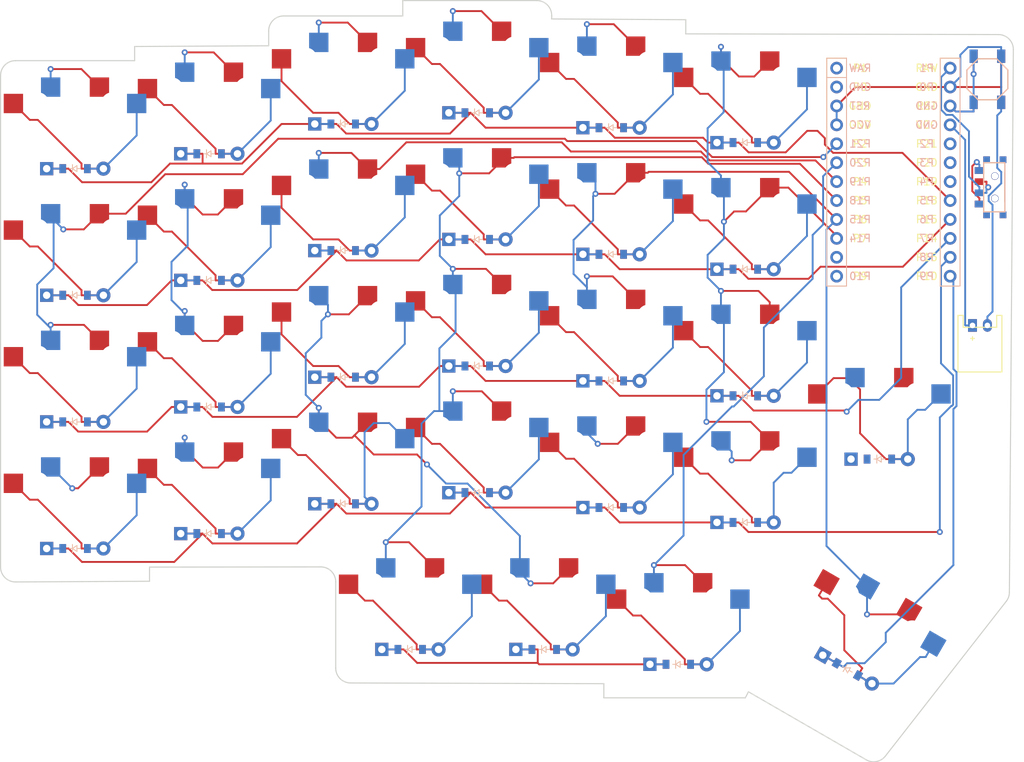
<source format=kicad_pcb>
(kicad_pcb (version 20240108) (generator "pcbnew") (generator_version "8.0")
  (title_block (title "tutorial") (rev "v1.0.0") (company "Unknown"))
  (layers (0 "F.Cu" signal) (31 "B.Cu" signal) (34 "B.Paste" user) (35 "F.Paste" user) (36 "B.SilkS" user "B.Silkscreen") (37 "F.SilkS" user "F.Silkscreen") (38 "B.Mask" user) (39 "F.Mask" user) (44 "Edge.Cuts" user))
  (net 0 "")
  (net 1 "P2")
  (net 2 "lefty_bottom")
  (net 3 "lefty_home")
  (net 4 "lefty_top")
  (net 5 "lefty_num")
  (net 6 "P3")
  (net 7 "pinky_bottom")
  (net 8 "pinky_home")
  (net 9 "pinky_top")
  (net 10 "pinky_num")
  (net 11 "P4")
  (net 12 "ring_bottom")
  (net 13 "ring_home")
  (net 14 "ring_top")
  (net 15 "ring_num")
  (net 16 "P5")
  (net 17 "middle_bottom")
  (net 18 "middle_home")
  (net 19 "middle_top")
  (net 20 "middle_num")
  (net 21 "P6")
  (net 22 "index_bottom")
  (net 23 "index_home")
  (net 24 "index_top")
  (net 25 "index_num")
  (net 26 "P7")
  (net 27 "inner_bottom")
  (net 28 "inner_home")
  (net 29 "inner_top")
  (net 30 "inner_num")
  (net 31 "inner_unique")
  (net 32 "home_unique")
  (net 33 "outer_unique")
  (net 34 "default_top")
  (net 35 "thumb_hey")
  (net 36 "P16")
  (net 37 "P14")
  (net 38 "P15")
  (net 39 "P18")
  (net 40 "D10")
  (net 41 "P10")
  (net 42 "RAW")
  (net 43 "GND")
  (net 44 "RST")
  (net 45 "VCC")
  (net 46 "P21")
  (net 47 "P20")
  (net 48 "P19")
  (net 49 "P1")
  (net 50 "P0")
  (net 51 "P8")
  (net 52 "P9")
  (net 53 "BPOS")
  (footprint "E73:SPDT_C128955" (layer "F.Cu") (at 166 56 -90)
    (property "Reference" "T1" (hide yes))
    (property "Value" "" (hide yes))
  )
  (footprint "E73:SW_TACT_ALPS_SKQGABE010" (layer "F.Cu") (at 165 41.5 -90)
    (property "Reference" "B1" (hide yes))
    (property "Value" "" (hide yes))
  )
  (footprint "ceoloide:mounting_hole_npth" (layer "F.Cu") (at 51.5 104.6)
    (property "Reference" "MH2" (hide yes))
    (property "Value" "")
  )
  (footprint "PG1350" (layer "F.Cu") (at 78.5 59.5)
    (property "Reference" "S11" (hide yes))
    (property "Value" "" (hide yes))
  )
  (footprint "PG1350" (layer "F.Cu") (at 132.5 62)
    (property "Reference" "S23" (hide yes))
    (property "Value" "" (hide yes))
  )
  (footprint "ComboDiode" (layer "F.Cu") (at 146.2 120.7301 -30)
    (property "Reference" "D29" (hide yes))
    (property "Value" "" (hide yes))
  )
  (footprint "ComboDiode" (layer "F.Cu") (at 42.5 70.5)
    (property "Reference" "D3" (hide yes))
    (property "Value" "" (hide yes))
  )
  (footprint "ceoloide:mcu_nice_nano" (layer "F.Cu") (at 152.38 52.7)
    (property "Reference" "MCU1" (hide yes))
    (property "Value" "")
  )
  (footprint "ComboDiode" (layer "F.Cu") (at 96.5 46)
    (property "Reference" "D16" (hide yes))
    (property "Value" "" (hide yes))
  )
  (footprint "ComboDiode" (layer "F.Cu") (at 114.5 65)
    (property "Reference" "D19" (hide yes))
    (property "Value" "" (hide yes))
  )
  (footprint "PG1350" (layer "F.Cu") (at 42.5 65.5)
    (property "Reference" "S3" (hide yes))
    (property "Value" "" (hide yes))
  )
  (footprint "PG1350" (layer "F.Cu") (at 114.5 77)
    (property "Reference" "S18" (hide yes))
    (property "Value" "" (hide yes))
  )
  (footprint "ceoloide:mounting_hole_npth" (layer "F.Cu") (at 51.5 53.6)
    (property "Reference" "MH1" (hide yes))
    (property "Value" "")
  )
  (footprint "PG1350" (layer "F.Cu") (at 60.5 46.5)
    (property "Reference" "S8" (hide yes))
    (property "Value" "" (hide yes))
  )
  (footprint "ComboDiode" (layer "F.Cu") (at 96.5 80)
    (property "Reference" "D14" (hide yes))
    (property "Value" "" (hide yes))
  )
  (footprint "ComboDiode" (layer "F.Cu") (at 42.5 53.5)
    (property "Reference" "D4" (hide yes))
    (property "Value" "" (hide yes))
  )
  (footprint "PG1350" (layer "F.Cu") (at 78.5 42.5)
    (property "Reference" "S12" (hide yes))
    (property "Value" "" (hide yes))
  )
  (footprint "ComboDiode" (layer "F.Cu") (at 123.5 120.05)
    (property "Reference" "D27" (hide yes))
    (property "Value" "" (hide yes))
  )
  (footprint "PG1350" (layer "F.Cu") (at 96.5 92)
    (property "Reference" "S13" (hide yes))
    (property "Value" "" (hide yes))
  )
  (footprint "ComboDiode" (layer "F.Cu") (at 132.5 50)
    (property "Reference" "D24" (hide yes))
    (property "Value" "" (hide yes))
  )
  (footprint "PG1350" (layer "F.Cu") (at 114.5 94)
    (property "Reference" "S17" (hide yes))
    (property "Value" "" (hide yes))
  )
  (footprint "ComboDiode" (layer "F.Cu") (at 60.5 102.5)
    (property "Reference" "D5" (hide yes))
    (property "Value" "" (hide yes))
  )
  (footprint "ComboDiode" (layer "F.Cu") (at 132.5 67)
    (property "Reference" "D23" (hide yes))
    (property "Value" "" (hide yes))
  )
  (footprint "ComboDiode" (layer "F.Cu") (at 105.5 118.05)
    (property "Reference" "D26" (hide yes))
    (property "Value" "" (hide yes))
  )
  (footprint "PG1350" (layer "F.Cu") (at 42.5 99.5)
    (property "Reference" "S1" (hide yes))
    (property "Value" "" (hide yes))
  )
  (footprint "PG1350" (layer "F.Cu") (at 123.5 115.05)
    (property "Reference" "S27" (hide yes))
    (property "Value" "" (hide yes))
  )
  (footprint "ComboDiode" (layer "F.Cu") (at 132.5 101)
    (property "Reference" "D21" (hide yes))
    (property "Value" "" (hide yes))
  )
  (footprint "PG1350" (layer "F.Cu") (at 132.5 96)
    (property "Reference" "S21" (hide yes))
    (property "Value" "" (hide yes))
  )
  (footprint "ComboDiode" (layer "F.Cu") (at 87.5 118.05)
    (property "Reference" "D25" (hide yes))
    (property "Value" "" (hide yes))
  )
  (footprint "PG1350" (layer "F.Cu") (at 132.5 79)
    (property "Reference" "S22" (hide yes))
    (property "Value" "" (hide yes))
  )
  (footprint "ComboDiode" (layer "F.Cu") (at 60.5 51.5)
    (property "Reference" "D8" (hide yes))
    (property "Value" "" (hide yes))
  )
  (footprint "PG1350" (layer "F.Cu") (at 96.5 75)
    (property "Reference" "S14" (hide yes))
    (property "Value" "" (hide yes))
  )
  (footprint "PG1350" (layer "F.Cu") (at 60.5 97.5)
    (property "Reference" "S5" (hide yes))
    (property "Value" "" (hide yes))
  )
  (footprint "PG1350" (layer "F.Cu") (at 60.5 63.5)
    (property "Reference" "S7" (hide yes))
    (property "Value" "" (hide yes))
  )
  (footprint "PG1350" (layer "F.Cu") (at 114.5 43)
    (property "Reference" "S20" (hide yes))
    (property "Value" "" (hide yes))
  )
  (footprint "PG1350" (layer "F.Cu") (at 87.5 113.05)
    (property "Reference" "S25" (hide yes))
    (property "Value" "" (hide yes))
  )
  (footprint "ComboDiode" (layer "F.Cu") (at 42.5 104.5)
    (property "Reference" "D1" (hide yes))
    (property "Value" "" (hide yes))
  )
  (footprint "ComboDiode" (layer "F.Cu") (at 114.5 82)
    (property "Reference" "D18" (hide yes))
    (property "Value" "" (hide yes))
  )
  (footprint "ComboDiode" (layer "F.Cu") (at 78.5 64.5)
    (property "Reference" "D11" (hide yes))
    (property "Value" "" (hide yes))
  )
  (footprint "ComboDiode" (layer "F.Cu") (at 78.5 47.5)
    (property "Reference" "D12" (hide yes))
    (property "Value" "" (hide yes))
  )
  (footprint "PG1350" (layer "F.Cu") (at 114.5 60)
    (property "Reference" "S19" (hide yes))
    (property "Value" "" (hide yes))
  )
  (footprint "ComboDiode" (layer "F.Cu") (at 60.5 85.5)
    (property "Reference" "D6" (hide yes))
    (property "Value" "" (hide yes))
  )
  (footprint "PG1350" (layer "F.Cu") (at 150.5 87.5)
    (property "Reference" "S28" (hide yes))
    (property "Value" "" (hide yes))
  )
  (footprint "PG1350" (layer "F.Cu") (at 96.5 58)
    (property "Reference" "S15" (hide yes))
    (property "Value" "" (hide yes))
  )
  (footprint "PG1350" (layer "F.Cu") (at 148.7 116.4 -30)
    (property "Reference" "S29" (hide yes))
    (property "Value" "" (hide yes))
  )
  (footprint "PG1350" (layer "F.Cu") (at 132.5 45)
    (property "Reference" "S24" (hide yes))
    (property "Value" "" (hide yes))
  )
  (footprint "ComboDiode" (layer "F.Cu") (at 114.5 99)
    (property "Reference" "D17" (hide yes))
    (property "Value" "" (hide yes))
  )
  (footprint "ComboDiode" (layer "F.Cu") (at 114.5 48)
    (property "Reference" "D20" (hide yes))
    (property "Value" "" (hide yes))
  )
  (footprint "ComboDiode" (layer "F.Cu") (at 78.5 98.5)
    (property "Reference" "D9" (hide yes))
    (property "Value" "" (hide yes))
  )
  (footprint "PG1350" (layer "F.Cu") (at 42.5 48.5)
    (property "Reference" "S4" (hide yes))
    (property "Value" "" (hide yes))
  )
  (footprint "PG1350" (layer "F.Cu") (at 60.5 80.5)
    (property "Reference" "S6" (hide yes))
    (property "Value" "" (hide yes))
  )
  (footprint "ceoloide:mounting_hole_npth" (layer "F.Cu") (at 96.5 118.15)
    (property "Reference" "MH3" (hide yes))
    (property "Value" "")
  )
  (footprint "ComboDiode" (layer "F.Cu") (at 96.5 97)
    (property "Reference" "D13" (hide yes))
    (property "Value" "" (hide yes))
  )
  (footprint "ComboDiode" (layer "F.Cu") (at 150.5 92.5)
    (property "Reference" "D28" (hide yes))
    (property "Value" "" (hide yes))
  )
  (footprint "ComboDiode" (layer "F.Cu") (at 132.5 84)
    (property "Reference" "D22" (hide yes))
    (property "Value" "" (hide yes))
  )
  (footprint "ComboDiode" (layer "F.Cu") (at 42.5 87.5)
    (property "Reference" "D2" (hide yes))
    (property "Value" "" (hide yes))
  )
  (footprint "PG1350" (layer "F.Cu") (at 105.5 113.05)
    (property "Reference" "S26" (hide yes))
    (property "Value" "" (hide yes))
  )
  (footprint "ComboDiode" (layer "F.Cu") (at 60.5 68.5)
    (property "Reference" "D7" (hide yes))
    (property "Value" "" (hide yes))
  )
  (footprint "PG1350" (layer "F.Cu") (at 42.5 82.5)
    (property "Reference" "S2" (hide yes))
    (property "Value" "" (hide yes))
  )
  (footprint "PG1350" (layer "F.Cu") (at 78.5 76.5)
    (property "Reference" "S10" (hide yes))
    (property "Value" "" (hide yes))
  )
  (footprint "JST_PH_S2B-PH-K_02x2.00mm_Angled" (layer "F.Cu") (at 164 74.55)
    (property "Reference" "JST1" (hide yes))
    (property "Value" "" (hide yes))
  )
  (footprint "ceoloide:mounting_hole_npth" (layer "F.Cu") (at 141.5 50.1)
    (property "Reference" "MH4" (hide yes))
    (property "Value" "")
  )
  (footprint "PG1350" (layer "F.Cu") (at 96.5 41)
    (property "Reference" "S16" (hide yes))
    (property "Value" "" (hide yes))
  )
  (footprint "ComboDiode" (layer "F.Cu") (at 96.5 63)
    (property "Reference" "D15" (hide yes))
    (property "Value" "" (hide yes))
  )
  (footprint "ComboDiode" (layer "F.Cu") (at 78.5 81.5)
    (property "Reference" "D10" (hide yes))
    (property "Value" "" (hide yes))
  )
  (footprint "PG1350" (layer "F.Cu") (at 78.5 93.5)
    (property "Reference" "S9" (hide yes))
    (property "Value" "" (hide yes))
  )
  (gr_line (start 168.485352 37.510001) (end 167.954313 110.37885) (stroke (width 0.15)) (layer "Edge.Cuts"))
  (gr_line (start 77.5 120.555548) (end 77.5 108.972401) (stroke (width 0.15)) (layer "Edge.Cuts"))
  (gr_line (start 50.5 39) (end 50.5 37.1) (stroke (width 0.15)) (layer "Edge.Cuts"))
  (gr_line (start 50.5 37.1) (end 68.5 37) (stroke (width 0.15)) (layer "Edge.Cuts"))
  (gr_line (start 106.5 33.4) (end 124.5 33.5) (stroke (width 0.15)) (layer "Edge.Cuts"))
  (gr_arc (start 167.954313 110.37885) (mid 167.843079 111.022122) (end 167.530617 111.595305) (stroke (width 0.15)) (layer "Edge.Cuts"))
  (gr_line (start 86.5 33) (end 86.5 30.93) (stroke (width 0.15)) (layer "Edge.Cuts"))
  (gr_arc (start 34.51 108.98995) (mid 33.089326 108.40772) (end 32.5 106.989975) (stroke (width 0.15)) (layer "Edge.Cuts"))
  (gr_line (start 106.5 32.93) (end 106.5 33.4) (stroke (width 0.15)) (layer "Edge.Cuts"))
  (gr_line (start 132.5 124.55) (end 113.5 124.55) (stroke (width 0.15)) (layer "Edge.Cuts"))
  (gr_line (start 132.914746 123.740862) (end 132.5 124.55) (stroke (width 0.15)) (layer "Edge.Cuts"))
  (gr_line (start 70.5 33) (end 86.5 33) (stroke (width 0.15)) (layer "Edge.Cuts"))
  (gr_arc (start 32.5 41) (mid 33.085786 39.585786) (end 34.5 39) (stroke (width 0.15)) (layer "Edge.Cuts"))
  (gr_line (start 113.5 122.65) (end 79.494444 122.55554) (stroke (width 0.15)) (layer "Edge.Cuts"))
  (gr_arc (start 151.305573 132.37039) (mid 150.111123 133.10258) (end 148.729322 132.871412) (stroke (width 0.15)) (layer "Edge.Cuts"))
  (gr_arc (start 104.5 30.93) (mid 105.914214 31.515786) (end 106.5 32.93) (stroke (width 0.15)) (layer "Edge.Cuts"))
  (gr_arc (start 166.48995 35.495432) (mid 167.906362 36.087989) (end 168.485352 37.510001) (stroke (width 0.15)) (layer "Edge.Cuts"))
  (gr_arc (start 68.5 35) (mid 69.085786 33.585786) (end 70.5 33) (stroke (width 0.15)) (layer "Edge.Cuts"))
  (gr_line (start 32.5 106.989975) (end 32.5 41) (stroke (width 0.15)) (layer "Edge.Cuts"))
  (gr_line (start 52.5 108.9) (end 34.51 108.98995) (stroke (width 0.15)) (layer "Edge.Cuts"))
  (gr_line (start 86.5 30.93) (end 104.5 30.93) (stroke (width 0.15)) (layer "Edge.Cuts"))
  (gr_line (start 167.530617 111.595305) (end 151.305573 132.37039) (stroke (width 0.15)) (layer "Edge.Cuts"))
  (gr_line (start 148.729322 132.871412) (end 132.914746 123.740862) (stroke (width 0.15)) (layer "Edge.Cuts"))
  (gr_arc (start 75.4976 106.972402) (mid 76.913365 107.557339) (end 77.5 108.972401) (stroke (width 0.15)) (layer "Edge.Cuts"))
  (gr_arc (start 79.494444 122.55554) (mid 78.083824 121.967796) (end 77.5 120.555548) (stroke (width 0.15)) (layer "Edge.Cuts"))
  (gr_line (start 124.5 35.4) (end 166.48995 35.495432) (stroke (width 0.15)) (layer "Edge.Cuts"))
  (gr_line (start 124.5 33.5) (end 124.5 35.4) (stroke (width 0.15)) (layer "Edge.Cuts"))
  (gr_line (start 75.4976 106.972403) (end 52.5 107) (stroke (width 0.15)) (layer "Edge.Cuts"))
  (gr_line (start 68.5 37) (end 68.5 35) (stroke (width 0.15)) (layer "Edge.Cuts"))
  (gr_line (start 34.5 39) (end 50.5 39) (stroke (width 0.15)) (layer "Edge.Cuts"))
  (gr_line (start 113.5 124.55) (end 113.5 122.65) (stroke (width 0.15)) (layer "Edge.Cuts"))
  (gr_line (start 52.5 107) (end 52.5 108.9) (stroke (width 0.15)) (layer "Edge.Cuts"))
  (segment (start 45.775 93.55) (end 42.9073 96.4177) (width 0.25) (layer "F.Cu") (net 1))
  (segment (start 43.6983 74.4733) (end 39.225 74.4733) (width 0.25) (layer "F.Cu") (net 1))
  (segment (start 108.2647 49.4808) (end 108.5847 49.8008) (width 0.25) (layer "F.Cu") (net 1))
  (segment (start 65.0215 54.2437) (end 69.7844 49.4808) (width 0.25) (layer "F.Cu") (net 1))
  (segment (start 42.9073 96.4177) (end 42.1275 96.4177) (width 0.25) (layer "F.Cu") (net 1))
  (segment (start 54.6128 54.2437) (end 65.0215 54.2437) (width 0.25) (layer "F.Cu") (net 1))
  (segment (start 45.775 59.55) (end 49.3065 59.55) (width 0.25) (layer "F.Cu") (net 1))
  (segment (start 125.9072 49.8008) (end 128.0514 51.945) (width 0.25) (layer "F.Cu") (net 1))
  (segment (start 43.6738 61.6512) (end 40.9224 61.6512) (width 0.25) (layer "F.Cu") (net 1))
  (segment (start 45.775 42.55) (end 43.355 40.13) (width 0.25) (layer "F.Cu") (net 1))
  (segment (start 128.0514 51.945) (end 142.975 51.945) (width 0.25) (layer "F.Cu") (net 1))
  (segment (start 49.3065 59.55) (end 54.6128 54.2437) (width 0.25) (layer "F.Cu") (net 1))
  (segment (start 45.775 76.55) (end 43.6983 74.4733) (width 0.25) (layer "F.Cu") (net 1))
  (segment (start 108.5847 49.8008) (end 125.9072 49.8008) (width 0.25) (layer "F.Cu") (net 1))
  (segment (start 45.775 59.55) (end 43.6738 61.6512) (width 0.25) (layer "F.Cu") (net 1))
  (segment (start 43.355 40.13) (end 39.225 40.13) (width 0.25) (layer "F.Cu") (net 1))
  (segment (start 69.7844 49.4808) (end 108.2647 49.4808) (width 0.25) (layer "F.Cu") (net 1))
  (via (at 42.1275 96.4177) (size 0.8) (drill 0.4) (layers "F.Cu" "B.Cu") (net 1))
  (via (at 142.975 51.945) (size 0.8) (drill 0.4) (layers "F.Cu" "B.Cu") (net 1))
  (via (at 39.225 40.13) (size 0.8) (drill 0.4) (layers "F.Cu" "B.Cu") (net 1))
  (via (at 40.9224 61.6512) (size 0.8) (drill 0.4) (layers "F.Cu" "B.Cu") (net 1))
  (via (at 39.225 74.4733) (size 0.8) (drill 0.4) (layers "F.Cu" "B.Cu") (net 1))
  (segment (start 37.4226 69.0626) (end 37.4226 73.1209) (width 0.25) (layer "B.Cu") (net 1))
  (segment (start 40.9224 61.6512) (end 39.452 60.1808) (width 0.25) (layer "B.Cu") (net 1))
  (segment (start 39.225 40.13) (end 39.225 42.55) (width 0.25) (layer "B.Cu") (net 1))
  (segment (start 39.2598 93.55) (end 39.225 93.55) (width 0.25) (layer "B.Cu") (net 1))
  (segment (start 42.1275 96.4177) (end 39.2598 93.55) (width 0.25) (layer "B.Cu") (net 1))
  (segment (start 37.4226 73.1209) (end 39.225 74.9233) (width 0.25) (layer "B.Cu") (net 1))
  (segment (start 39.6227 60.3515) (end 39.6227 66.8625) (width 0.25) (layer "B.Cu") (net 1))
  (segment (start 39.225 76.55) (end 39.225 74.9233) (width 0.25) (layer "B.Cu") (net 1))
  (segment (start 39.6227 66.8625) (end 37.4226 69.0626) (width 0.25) (layer "B.Cu") (net 1))
  (segment (start 39.452 60.1808) (end 39.6227 60.3515) (width 0.25) (layer "B.Cu") (net 1))
  (segment (start 39.225 59.9538) (end 39.225 59.55) (width 0.25) (layer "B.Cu") (net 1))
  (segment (start 144.76 50.16) (end 142.975 51.945) (width 0.25) (layer "B.Cu") (net 1))
  (segment (start 39.225 74.9233) (end 39.225 74.4733) (width 0.25) (layer "B.Cu") (net 1))
  (segment (start 39.452 60.1808) (end 39.225 59.9538) (width 0.25) (layer "B.Cu") (net 1))
  (segment (start 46.31 104.5) (end 44.15 104.5) (width 0.25) (layer "F.Cu") (net 2))
  (segment (start 34.225 95.75) (end 36.4245 97.9495) (width 0.25) (layer "F.Cu") (net 2))
  (segment (start 37.5024 97.9495) (end 43.3733 103.8204) (width 0.25) (layer "F.Cu") (net 2))
  (segment (start 36.4245 97.9495) (end 37.5024 97.9495) (width 0.25) (layer "F.Cu") (net 2))
  (segment (start 43.3733 103.8204) (end 43.3733 104.5) (width 0.25) (layer "F.Cu") (net 2))
  (segment (start 44.15 104.5) (end 43.3733 104.5) (width 0.25) (layer "F.Cu") (net 2))
  (segment (start 46.31 104.5) (end 44.15 104.5) (width 0.25) (layer "B.Cu") (net 2))
  (segment (start 50.775 100.035) (end 50.775 95.75) (width 0.25) (layer "B.Cu") (net 2))
  (segment (start 46.31 104.5) (end 50.775 100.035) (width 0.25) (layer "B.Cu") (net 2))
  (segment (start 43.3733 86.8204) (end 43.3733 87.5) (width 0.25) (layer "F.Cu") (net 3))
  (segment (start 46.31 87.5) (end 44.15 87.5) (width 0.25) (layer "F.Cu") (net 3))
  (segment (start 37.5024 80.9495) (end 43.3733 86.8204) (width 0.25) (layer "F.Cu") (net 3))
  (segment (start 36.4245 80.9495) (end 37.5024 80.9495) (width 0.25) (layer "F.Cu") (net 3))
  (segment (start 34.225 78.75) (end 36.4245 80.9495) (width 0.25) (layer "F.Cu") (net 3))
  (segment (start 44.15 87.5) (end 43.3733 87.5) (width 0.25) (layer "F.Cu") (net 3))
  (segment (start 50.775 83.035) (end 50.775 78.75) (width 0.25) (layer "B.Cu") (net 3))
  (segment (start 46.31 87.5) (end 44.15 87.5) (width 0.25) (layer "B.Cu") (net 3))
  (segment (start 46.31 87.5) (end 50.775 83.035) (width 0.25) (layer "B.Cu") (net 3))
  (segment (start 34.225 61.75) (end 36.4245 63.9495) (width 0.25) (layer "F.Cu") (net 4))
  (segment (start 43.3733 69.8204) (end 43.3733 70.5) (width 0.25) (layer "F.Cu") (net 4))
  (segment (start 37.5024 63.9495) (end 43.3733 69.8204) (width 0.25) (layer "F.Cu") (net 4))
  (segment (start 36.4245 63.9495) (end 37.5024 63.9495) (width 0.25) (layer "F.Cu") (net 4))
  (segment (start 44.15 70.5) (end 43.3733 70.5) (width 0.25) (layer "F.Cu") (net 4))
  (segment (start 46.31 70.5) (end 44.15 70.5) (width 0.25) (layer "F.Cu") (net 4))
  (segment (start 50.775 66.035) (end 50.775 61.75) (width 0.25) (layer "B.Cu") (net 4))
  (segment (start 46.31 70.5) (end 50.775 66.035) (width 0.25) (layer "B.Cu") (net 4))
  (segment (start 46.31 70.5) (end 44.15 70.5) (width 0.25) (layer "B.Cu") (net 4))
  (segment (start 36.4245 46.9495) (end 37.5024 46.9495) (width 0.25) (layer "F.Cu") (net 5))
  (segment (start 37.5024 46.9495) (end 43.3733 52.8204) (width 0.25) (layer "F.Cu") (net 5))
  (segment (start 43.3733 52.8204) (end 43.3733 53.5) (width 0.25) (layer "F.Cu") (net 5))
  (segment (start 44.15 53.5) (end 43.3733 53.5) (width 0.25) (layer "F.Cu") (net 5))
  (segment (start 34.225 44.75) (end 36.4245 46.9495) (width 0.25) (layer "F.Cu") (net 5))
  (segment (start 46.31 53.5) (end 44.15 53.5) (width 0.25) (layer "F.Cu") (net 5))
  (segment (start 46.31 53.5) (end 50.775 49.035) (width 0.25) (layer "B.Cu") (net 5))
  (segment (start 50.775 49.035) (end 50.775 44.75) (width 0.25) (layer "B.Cu") (net 5))
  (segment (start 46.31 53.5) (end 44.15 53.5) (width 0.25) (layer "B.Cu") (net 5))
  (segment (start 61.6914 93.6336) (end 59.6467 93.6336) (width 0.25) (layer "F.Cu") (net 6))
  (segment (start 63.775 91.55) (end 61.6914 93.6336) (width 0.25) (layer "F.Cu") (net 6))
  (segment (start 124.4095 106.7345) (end 120.225 106.7345) (width 0.25) (layer "F.Cu") (net 6))
  (segment (start 57.225 57.2495) (end 57.225 55.648) (width 0.25) (layer "F.Cu") (net 6))
  (segment (start 59.6467 93.6336) (end 57.225 91.2119) (width 0.25) (layer "F.Cu") (net 6))
  (segment (start 63.775 74.55) (end 61.6975 76.6275) (width 0.25) (layer "F.Cu") (net 6))
  (segment (start 126.775 109.1) (end 124.4095 106.7345) (width 0.25) (layer "F.Cu") (net 6))
  (segment (start 61.6975 76.6275) (end 59.6406 76.6275) (width 0.25) (layer "F.Cu") (net 6))
  (segment (start 57.225 91.2119) (end 57.225 89.6172) (width 0.25) (layer "F.Cu") (net 6))
  (segment (start 61.113 37.888) (end 57.225 37.888) (width 0.25) (layer "F.Cu") (net 6))
  (segment (start 61.6672 59.6578) (end 59.6333 59.6578) (width 0.25) (layer "F.Cu") (net 6))
  (segment (start 63.775 40.55) (end 61.113 37.888) (width 0.25) (layer "F.Cu") (net 6))
  (segment (start 63.775 57.55) (end 61.6672 59.6578) (width 0.25) (layer "F.Cu") (net 6))
  (segment (start 57.225 74.2119) (end 57.225 72.6151) (width 0.25) (layer "F.Cu") (net 6))
  (segment (start 59.6333 59.6578) (end 57.225 57.2495) (width 0.25) (layer "F.Cu") (net 6))
  (segment (start 59.6406 76.6275) (end 57.225 74.2119) (width 0.25) (layer "F.Cu") (net 6))
  (via (at 57.225 55.648) (size 0.8) (drill 0.4) (layers "F.Cu" "B.Cu") (net 6))
  (via (at 120.225 106.7345) (size 0.8) (drill 0.4) (layers "F.Cu" "B.Cu") (net 6))
  (via (at 57.225 72.6151) (size 0.8) (drill 0.4) (layers "F.Cu" "B.Cu") (net 6))
  (via (at 57.225 89.6172) (size 0.8) (drill 0.4) (layers "F.Cu" "B.Cu") (net 6))
  (via (at 57.225 37.888) (size 0.8) (drill 0.4) (layers "F.Cu" "B.Cu") (net 6))
  (segment (start 55.453 71.1513) (end 57.225 72.9233) (width 0.25) (layer "B.Cu") (net 6))
  (segment (start 134.9862 81.3763) (end 134.9862 74.8269) (width 0.25) (layer "B.Cu") (net 6))
  (segment (start 57.225 37.888) (end 57.225 40.55) (width 0.25) (layer "B.Cu") (net 6))
  (segment (start 57.225 91.55) (end 57.225 89.9233) (width 0.25) (layer "B.Cu") (net 6))
  (segment (start 142.945 54.515) (end 144.76 52.7) (width 0.25) (layer "B.Cu") (net 6))
  (segment (start 120.225 109.1) (end 120.225 106.7345) (width 0.25) (layer "B.Cu") (net 6))
  (segment (start 142.945 61.0017) (end 142.945 54.515) (width 0.25) (layer "B.Cu") (net 6))
  (segment (start 57.225 89.9233) (end 57.225 89.6172) (width 0.25) (layer "B.Cu") (net 6))
  (segment (start 141.5376 68.2755) (end 141.5376 62.4091) (width 0.25) (layer "B.Cu") (net 6))
  (segment (start 141.5376 62.4091) (end 142.945 61.0017) (width 0.25) (layer "B.Cu") (net 6))
  (segment (start 124.2074 91.9361) (end 130.7166 85.4269) (width 0.25) (layer "B.Cu") (net 6))
  (segment (start 120.225 106.7345) (end 124.2074 102.7521) (width 0.25) (layer "B.Cu") (net 6))
  (segment (start 134.9862 74.8269) (end 141.5376 68.2755) (width 0.25) (layer "B.Cu") (net 6))
  (segment (start 130.9356 85.4269) (end 134.9862 81.3763) (width 0.25) (layer "B.Cu") (net 6))
  (segment (start 57.6227 57.9477) (end 57.6227 63.8457) (width 0.25) (layer "B.Cu") (net 6))
  (segment (start 55.453 66.0154) (end 55.453 71.1513) (width 0.25) (layer "B.Cu") (net 6))
  (segment (start 57.225 74.55) (end 57.225 72.9233) (width 0.25) (layer "B.Cu") (net 6))
  (segment (start 130.7166 85.4269) (end 130.9356 85.4269) (width 0.25) (layer "B.Cu") (net 6))
  (segment (start 57.225 72.9233) (end 57.225 72.6151) (width 0.25) (layer "B.Cu") (net 6))
  (segment (start 124.2074 102.7521) (end 124.2074 91.9361) (width 0.25) (layer "B.Cu") (net 6))
  (segment (start 57.6227 63.8457) (end 55.453 66.0154) (width 0.25) (layer "B.Cu") (net 6))
  (segment (start 57.225 57.55) (end 57.6227 57.9477) (width 0.25) (layer "B.Cu") (net 6))
  (segment (start 57.225 57.55) (end 57.225 55.648) (width 0.25) (layer "B.Cu") (net 6))
  (segment (start 54.4245 95.9495) (end 55.5024 95.9495) (width 0.25) (layer "F.Cu") (net 7))
  (segment (start 62.15 102.5) (end 61.3733 102.5) (width 0.25) (layer "F.Cu") (net 7))
  (segment (start 64.31 102.5) (end 62.15 102.5) (width 0.25) (layer "F.Cu") (net 7))
  (segment (start 52.225 93.75) (end 54.4245 95.9495) (width 0.25) (layer "F.Cu") (net 7))
  (segment (start 61.3733 101.8204) (end 61.3733 102.5) (width 0.25) (layer "F.Cu") (net 7))
  (segment (start 55.5024 95.9495) (end 61.3733 101.8204) (width 0.25) (layer "F.Cu") (net 7))
  (segment (start 64.31 102.5) (end 68.775 98.035) (width 0.25) (layer "B.Cu") (net 7))
  (segment (start 68.775 98.035) (end 68.775 93.75) (width 0.25) (layer "B.Cu") (net 7))
  (segment (start 64.31 102.5) (end 62.15 102.5) (width 0.25) (layer "B.Cu") (net 7))
  (segment (start 54.4245 78.9495) (end 55.5024 78.9495) (width 0.25) (layer "F.Cu") (net 8))
  (segment (start 55.5024 78.9495) (end 61.3733 84.8204) (width 0.25) (layer "F.Cu") (net 8))
  (segment (start 62.15 85.5) (end 61.3733 85.5) (width 0.25) (layer "F.Cu") (net 8))
  (segment (start 64.31 85.5) (end 62.15 85.5) (width 0.25) (layer "F.Cu") (net 8))
  (segment (start 52.225 76.75) (end 54.4245 78.9495) (width 0.25) (layer "F.Cu") (net 8))
  (segment (start 61.3733 84.8204) (end 61.3733 85.5) (width 0.25) (layer "F.Cu") (net 8))
  (segment (start 64.31 85.5) (end 68.775 81.035) (width 0.25) (layer "B.Cu") (net 8))
  (segment (start 64.31 85.5) (end 62.15 85.5) (width 0.25) (layer "B.Cu") (net 8))
  (segment (start 68.775 81.035) (end 68.775 76.75) (width 0.25) (layer "B.Cu") (net 8))
  (segment (start 61.3733 67.8204) (end 61.3733 68.5) (width 0.25) (layer "F.Cu") (net 9))
  (segment (start 54.4245 61.9495) (end 55.5024 61.9495) (width 0.25) (layer "F.Cu") (net 9))
  (segment (start 55.5024 61.9495) (end 61.3733 67.8204) (width 0.25) (layer "F.Cu") (net 9))
  (segment (start 52.225 59.75) (end 54.4245 61.9495) (width 0.25) (layer "F.Cu") (net 9))
  (segment (start 62.15 68.5) (end 61.3733 68.5) (width 0.25) (layer "F.Cu") (net 9))
  (segment (start 64.31 68.5) (end 62.15 68.5) (width 0.25) (layer "F.Cu") (net 9))
  (segment (start 68.775 64.035) (end 68.775 59.75) (width 0.25) (layer "B.Cu") (net 9))
  (segment (start 64.31 68.5) (end 68.775 64.035) (width 0.25) (layer "B.Cu") (net 9))
  (segment (start 64.31 68.5) (end 62.15 68.5) (width 0.25) (layer "B.Cu") (net 9))
  (segment (start 54.4245 44.9495) (end 55.5024 44.9495) (width 0.25) (layer "F.Cu") (net 10))
  (segment (start 62.15 51.5) (end 61.3733 51.5) (width 0.25) (layer "F.Cu") (net 10))
  (segment (start 64.31 51.5) (end 62.15 51.5) (width 0.25) (layer "F.Cu") (net 10))
  (segment (start 52.225 42.75) (end 54.4245 44.9495) (width 0.25) (layer "F.Cu") (net 10))
  (segment (start 55.5024 44.9495) (end 61.3733 50.8204) (width 0.25) (layer "F.Cu") (net 10))
  (segment (start 61.3733 50.8204) (end 61.3733 51.5) (width 0.25) (layer "F.Cu") (net 10))
  (segment (start 64.31 51.5) (end 68.775 47.035) (width 0.25) (layer "B.Cu") (net 10))
  (segment (start 64.31 51.5) (end 62.15 51.5) (width 0.25) (layer "B.Cu") (net 10))
  (segment (start 68.775 47.035) (end 68.775 42.75) (width 0.25) (layer "B.Cu") (net 10))
  (segment (start 79.2653 73.0597) (end 76.4564 73.0597) (width 0.25) (layer "F.Cu") (net 11))
  (segment (start 81.775 53.55) (end 83.4017 53.55) (width 0.25) (layer "F.Cu") (net 11))
  (segment (start 108.775 107.1) (end 106.6983 109.1767) (width 0.25) (layer "F.Cu") (net 11))
  (segment (start 86.9918 49.9599) (end 107.8403 49.9599) (width 0.25) (layer "F.Cu") (net 11))
  (segment (start 141.9167 52.3967) (end 144.76 55.24) (width 0.25) (layer "F.Cu") (net 11))
  (segment (start 80.0228 89.3022) (end 82.5986 91.878) (width 0.25) (layer "F.Cu") (net 11))
  (segment (start 109.0761 51.1957) (end 126.5201 51.1957) (width 0.25) (layer "F.Cu") (net 11))
  (segment (start 127.7211 52.3967) (end 141.9167 52.3967) (width 0.25) (layer "F.Cu") (net 11))
  (segment (start 81.775 53.55) (end 79.6115 51.3865) (width 0.25) (layer "F.Cu") (net 11))
  (segment (start 81.775 70.55) (end 79.2653 73.0597) (width 0.25) (layer "F.Cu") (net 11))
  (segment (start 82.5986 91.878) (end 88.415 91.878) (width 0.25) (layer "F.Cu") (net 11))
  (segment (start 81.775 36.55) (end 79.1135 33.8885) (width 0.25) (layer "F.Cu") (net 11))
  (segment (start 106.6983 109.1767) (end 103.6669 109.1767) (width 0.25) (layer "F.Cu") (net 11))
  (segment (start 107.8403 49.9599) (end 109.0761 51.1957) (width 0.25) (layer "F.Cu") (net 11))
  (segment (start 77.5821 89.6267) (end 79.6983 89.6267) (width 0.25) (layer "F.Cu") (net 11))
  (segment (start 79.6115 51.3865) (end 75.225 51.3865) (width 0.25) (layer "F.Cu") (net 11))
  (segment (start 79.1135 33.8885) (end 75.225 33.8885) (width 0.25) (layer "F.Cu") (net 11))
  (segment (start 75.225 85.6162) (end 75.225 87.2696) (width 0.25) (layer "F.Cu") (net 11))
  (segment (start 88.415 91.878) (end 89.7502 93.2132) (width 0.25) (layer "F.Cu") (net 11))
  (segment (start 75.225 87.2696) (end 77.5821 89.6267) (width 0.25) (layer "F.Cu") (net 11))
  (segment (start 126.5201 51.1957) (end 127.7211 52.3967) (width 0.25) (layer "F.Cu") (net 11))
  (segment (start 83.4017 53.55) (end 86.9918 49.9599) (width 0.25) (layer "F.Cu") (net 11))
  (segment (start 79.6983 89.6267) (end 80.0228 89.3022) (width 0.25) (layer "F.Cu") (net 11))
  (segment (start 80.0228 89.3022) (end 81.775 87.55) (width 0.25) (layer "F.Cu") (net 11))
  (via (at 76.4564 73.0597) (size 0.8) (drill 0.4) (layers "F.Cu" "B.Cu") (net 11))
  (via (at 89.7502 93.2132) (size 0.8) (drill 0.4) (layers "F.Cu" "B.Cu") (net 11))
  (via (at 75.225 51.3865) (size 0.8) (drill 0.4) (layers "F.Cu" "B.Cu") (net 11))
  (via (at 75.225 85.6162) (size 0.8) (drill 0.4) (layers "F.Cu" "B.Cu") (net 11))
  (via (at 75.225 33.8885) (size 0.8) (drill 0.4) (layers "F.Cu" "B.Cu") (net 11))
  (via (at 103.6669 109.1767) (size 0.8) (drill 0.4) (layers "F.Cu" "B.Cu") (net 11))
  (segment (start 75.225 85.6162) (end 73.4743 83.8655) (width 0.25) (layer "B.Cu") (net 11))
  (segment (start 75.5752 73.9409) (end 76.4564 73.0597) (width 0.25) (layer "B.Cu") (net 11))
  (segment (start 75.225 33.8885) (end 75.225 36.55) (width 0.25) (layer "B.Cu") (net 11))
  (segment (start 103.6669 109.1767) (end 102.225 107.7348) (width 0.25) (layer "B.Cu") (net 11))
  (segment (start 75.5752 76.1867) (end 75.5752 73.9409) (width 0.25) (layer "B.Cu") (net 11))
  (segment (start 75.225 87.55) (end 75.225 85.9233) (width 0.25) (layer "B.Cu") (net 11))
  (segment (start 75.225 85.9233) (end 75.225 85.6162) (width 0.25) (layer "B.Cu") (net 11))
  (segment (start 95.2006 95.7843) (end 92.3213 95.7843) (width 0.25) (layer "B.Cu") (net 11))
  (segment (start 75.225 53.55) (end 75.225 51.3865) (width 0.25) (layer "B.Cu") (net 11))
  (segment (start 102.225 102.8087) (end 95.2006 95.7843) (width 0.25) (layer "B.Cu") (net 11))
  (segment (start 102.225 107.1) (end 102.225 102.8087) (width 0.25) (layer "B.Cu") (net 11))
  (segment (start 73.4743 83.8655) (end 73.4743 78.2876) (width 0.25) (layer "B.Cu") (net 11))
  (segment (start 76.4564 73.0597) (end 76.4564 71.7814) (width 0.25) (layer "B.Cu") (net 11))
  (segment (start 76.4564 71.7814) (end 75.225 70.55) (width 0.25) (layer "B.Cu") (net 11))
  (segment (start 102.225 107.7348) (end 102.225 107.1) (width 0.25) (layer "B.Cu") (net 11))
  (segment (start 73.4743 78.2876) (end 75.5752 76.1867) (width 0.25) (layer "B.Cu") (net 11))
  (segment (start 92.3213 95.7843) (end 89.7502 93.2132) (width 0.25) (layer "B.Cu") (net 11))
  (segment (start 73.5024 91.9495) (end 79.3733 97.8204) (width 0.25) (layer "F.Cu") (net 12))
  (segment (start 82.31 98.5) (end 80.15 98.5) (width 0.25) (layer "F.Cu") (net 12))
  (segment (start 79.3733 97.8204) (end 79.3733 98.5) (width 0.25) (layer "F.Cu") (net 12))
  (segment (start 80.15 98.5) (end 79.3733 98.5) (width 0.25) (layer "F.Cu") (net 12))
  (segment (start 72.4245 91.9495) (end 73.5024 91.9495) (width 0.25) (layer "F.Cu") (net 12))
  (segment (start 70.225 89.75) (end 72.4245 91.9495) (width 0.25) (layer "F.Cu") (net 12))
  (segment (start 82.5978 87.6613) (end 81.3781 88.881) (width 0.25) (layer "B.Cu") (net 12))
  (segment (start 81.3781 88.881) (end 81.3781 97.5681) (width 0.25) (layer "B.Cu") (net 12))
  (segment (start 84.6863 87.6613) (end 82.5978 87.6613) (width 0.25) (layer "B.Cu") (net 12))
  (segment (start 86.775 89.75) (end 84.6863 87.6613) (width 0.25) (layer "B.Cu") (net 12))
  (segment (start 82.31 98.5) (end 80.15 98.5) (width 0.25) (layer "B.Cu") (net 12))
  (segment (start 81.3781 97.5681) (end 82.31 98.5) (width 0.25) (layer "B.Cu") (net 12))
  (segment (start 74.4726 80.0002) (end 77.8735 80.0002) (width 0.25) (layer "F.Cu") (net 13))
  (segment (start 70.225 72.75) (end 70.225 75.7526) (width 0.25) (layer "F.Cu") (net 13))
  (segment (start 82.31 81.5) (end 80.15 81.5) (width 0.25) (layer "F.Cu") (net 13))
  (segment (start 80.15 81.5) (end 79.3733 81.5) (width 0.25) (layer "F.Cu") (net 13))
  (segment (start 70.225 75.7526) (end 74.4726 80.0002) (width 0.25) (layer "F.Cu") (net 13))
  (segment (start 77.8735 80.0002) (end 79.3733 81.5) (width 0.25) (layer "F.Cu") (net 13))
  (segment (start 82.31 81.5) (end 86.775 77.035) (width 0.25) (layer "B.Cu") (net 13))
  (segment (start 82.31 81.5) (end 80.15 81.5) (width 0.25) (layer "B.Cu") (net 13))
  (segment (start 86.775 77.035) (end 86.775 72.75) (width 0.25) (layer "B.Cu") (net 13))
  (segment (start 70.225 58.7526) (end 74.4726 63.0002) (width 0.25) (layer "F.Cu") (net 14))
  (segment (start 77.8735 63.0002) (end 79.3733 64.5) (width 0.25) (layer "F.Cu") (net 14))
  (segment (start 80.15 64.5) (end 79.3733 64.5) (width 0.25) (layer "F.Cu") (net 14))
  (segment (start 82.31 64.5) (end 80.15 64.5) (width 0.25) (layer "F.Cu") (net 14))
  (segment (start 70.225 55.75) (end 70.225 58.7526) (width 0.25) (layer "F.Cu") (net 14))
  (segment (start 74.4726 63.0002) (end 77.8735 63.0002) (width 0.25) (layer "F.Cu") (net 14))
  (segment (start 82.31 64.5) (end 86.775 60.035) (width 0.25) (layer "B.Cu") (net 14))
  (segment (start 82.31 64.5) (end 80.15 64.5) (width 0.25) (layer "B.Cu") (net 14))
  (segment (start 86.775 60.035) (end 86.775 55.75) (width 0.25) (layer "B.Cu") (net 14))
  (segment (start 77.8735 46.0002) (end 79.3733 47.5) (width 0.25) (layer "F.Cu") (net 15))
  (segment (start 80.15 47.5) (end 79.3733 47.5) (width 0.25) (layer "F.Cu") (net 15))
  (segment (start 70.225 38.75) (end 70.225 41.7526) (width 0.25) (layer "F.Cu") (net 15))
  (segment (start 82.31 47.5) (end 80.15 47.5) (width 0.25) (layer "F.Cu") (net 15))
  (segment (start 70.225 41.7526) (end 74.4726 46.0002) (width 0.25) (layer "F.Cu") (net 15))
  (segment (start 74.4726 46.0002) (end 77.8735 46.0002) (width 0.25) (layer "F.Cu") (net 15))
  (segment (start 82.31 47.5) (end 80.15 47.5) (width 0.25) (layer "B.Cu") (net 15))
  (segment (start 86.775 43.035) (end 86.775 38.75) (width 0.25) (layer "B.Cu") (net 15))
  (segment (start 82.31 47.5) (end 86.775 43.035) (width 0.25) (layer "B.Cu") (net 15))
  (segment (start 99.775 69.05) (end 97.6815 66.9565) (width 0.25) (layer "F.Cu") (net 16))
  (segment (start 93.225 83.3925) (end 97.1175 83.3925) (width 0.25) (layer "F.Cu") (net 16))
  (segment (start 99.775 35.05) (end 97.07 32.345) (width 0.25) (layer "F.Cu") (net 16))
  (segment (start 139.8284 52.8484) (end 144.76 57.78) (width 0.25) (layer "F.Cu") (net 16))
  (segment (start 100.1817 52.05) (end 101.4017 52.05) (width 0.25) (layer "F.Cu") (net 16))
  (segment (start 97.6815 66.9565) (end 93.225 66.9565) (width 0.25) (layer "F.Cu") (net 16))
  (segment (start 98.1028 54.1289) (end 94.0884 54.1289) (width 0.25) (layer "F.Cu") (net 16))
  (segment (start 126.6484 51.9629) (end 127.5339 52.8484) (width 0.25) (layer "F.Cu") (net 16))
  (segment (start 99.775 52.05) (end 100.1817 52.05) (width 0.25) (layer "F.Cu") (net 16))
  (segment (start 101.4017 52.05) (end 101.4888 51.9629) (width 0.25) (layer "F.Cu") (net 16))
  (segment (start 90.775 107.1) (end 87.3346 103.6596) (width 0.25) (layer "F.Cu") (net 16))
  (segment (start 101.4888 51.9629) (end 126.6484 51.9629) (width 0.25) (layer "F.Cu") (net 16))
  (segment (start 100.1817 52.05) (end 98.1028 54.1289) (width 0.25) (layer "F.Cu") (net 16))
  (segment (start 97.1175 83.3925) (end 99.775 86.05) (width 0.25) (layer "F.Cu") (net 16))
  (segment (start 97.07 32.345) (end 93.225 32.345) (width 0.25) (layer "F.Cu") (net 16))
  (segment (start 127.5339 52.8484) (end 139.8284 52.8484) (width 0.25) (layer "F.Cu") (net 16))
  (segment (start 87.3346 103.6596) (end 84.225 103.6596) (width 0.25) (layer "F.Cu") (net 16))
  (via (at 84.225 103.6596) (size 0.8) (drill 0.4) (layers "F.Cu" "B.Cu") (net 16))
  (via (at 94.0884 54.1289) (size 0.8) (drill 0.4) (layers "F.Cu" "B.Cu") (net 16))
  (via (at 93.225 66.9565) (size 0.8) (drill 0.4) (layers "F.Cu" "B.Cu") (net 16))
  (via (at 93.225 32.345) (size 0.8) (drill 0.4) (layers "F.Cu" "B.Cu") (net 16))
  (via (at 93.225 83.3925) (size 0.8) (drill 0.4) (layers "F.Cu" "B.Cu") (net 16))
  (segment (start 89.0235 98.8611) (end 84.225 103.6596) (width 0.25) (layer "B.Cu") (net 16))
  (segment (start 91.4743 65.2058) (end 91.4743 59.7876) (width 0.25) (layer "B.Cu") (net 16))
  (segment (start 93.225 69.05) (end 93.5939 69.4189) (width 0.25) (layer "B.Cu") (net 16))
  (segment (start 93.5939 75.4624) (end 91.4184 77.6379) (width 0.25) (layer "B.Cu") (net 16))
  (segment (start 93.225 66.9565) (end 91.4743 65.2058) (width 0.25) (layer "B.Cu") (net 16))
  (segment (start 91.4184 86.05) (end 90.703 86.05) (width 0.25) (layer "B.Cu") (net 16))
  (segment (start 91.4743 59.7876) (end 94.0884 57.1735) (width 0.25) (layer "B.Cu") (net 16))
  (segment (start 89.0235 87.7295) (end 89.0235 98.8611) (width 0.25) (layer "B.Cu") (net 16))
  (segment (start 90.703 86.05) (end 89.0235 87.7295) (width 0.25) (layer "B.Cu") (net 16))
  (segment (start 93.225 69.05) (end 93.225 66.9565) (width 0.25) (layer "B.Cu") (net 16))
  (segment (start 91.4184 77.6379) (end 91.4184 86.05) (width 0.25) (layer "B.Cu") (net 16))
  (segment (start 93.5939 69.4189) (end 93.5939 75.4624) (width 0.25) (layer "B.Cu") (net 16))
  (segment (start 93.225 32.345) (end 93.225 35.05) (width 0.25) (layer "B.Cu") (net 16))
  (segment (start 94.0884 52.9134) (end 93.225 52.05) (width 0.25) (layer "B.Cu") (net 16))
  (segment (start 94.0884 57.1735) (end 94.0884 54.1289) (width 0.25) (layer "B.Cu") (net 16))
  (segment (start 94.0884 54.1289) (end 94.0884 52.9134) (width 0.25) (layer "B.Cu") (net 16))
  (segment (start 91.4184 86.05) (end 93.225 86.05) (width 0.25) (layer "B.Cu") (net 16))
  (segment (start 84.225 107.1) (end 84.225 103.6596) (width 0.25) (layer "B.Cu") (net 16))
  (segment (start 93.225 86.05) (end 93.225 83.3925) (width 0.25) (layer "B.Cu") (net 16))
  (segment (start 100.31 97) (end 98.15 97) (width 0.25) (layer "F.Cu") (net 17))
  (segment (start 90.4245 90.4495) (end 91.5024 90.4495) (width 0.25) (layer "F.Cu") (net 17))
  (segment (start 91.5024 90.4495) (end 97.3733 96.3204) (width 0.25) (layer "F.Cu") (net 17))
  (segment (start 97.3733 96.3204) (end 97.3733 97) (width 0.25) (layer "F.Cu") (net 17))
  (segment (start 88.225 88.25) (end 90.4245 90.4495) (width 0.25) (layer "F.Cu") (net 17))
  (segment (start 98.15 97) (end 97.3733 97) (width 0.25) (layer "F.Cu") (net 17))
  (segment (start 100.31 97) (end 98.15 97) (width 0.25) (layer "B.Cu") (net 17))
  (segment (start 104.775 92.535) (end 104.775 88.25) (width 0.25) (layer "B.Cu") (net 17))
  (segment (start 100.31 97) (end 104.775 92.535) (width 0.25) (layer "B.Cu") (net 17))
  (segment (start 97.3733 79.3204) (end 97.3733 80) (width 0.25) (layer "F.Cu") (net 18))
  (segment (start 90.4245 73.4495) (end 91.5024 73.4495) (width 0.25) (layer "F.Cu") (net 18))
  (segment (start 91.5024 73.4495) (end 97.3733 79.3204) (width 0.25) (layer "F.Cu") (net 18))
  (segment (start 100.31 80) (end 98.15 80) (width 0.25) (layer "F.Cu") (net 18))
  (segment (start 98.15 80) (end 97.3733 80) (width 0.25) (layer "F.Cu") (net 18))
  (segment (start 88.225 71.25) (end 90.4245 73.4495) (width 0.25) (layer "F.Cu") (net 18))
  (segment (start 104.775 75.535) (end 104.775 71.25) (width 0.25) (layer "B.Cu") (net 18))
  (segment (start 100.31 80) (end 104.775 75.535) (width 0.25) (layer "B.Cu") (net 18))
  (segment (start 100.31 80) (end 98.15 80) (width 0.25) (layer "B.Cu") (net 18))
  (segment (start 100.31 63) (end 98.15 63) (width 0.25) (layer "F.Cu") (net 19))
  (segment (start 98.15 63) (end 97.3733 63) (width 0.25) (layer "F.Cu") (net 19))
  (segment (start 97.3733 62.3204) (end 97.3733 63) (width 0.25) (layer "F.Cu") (net 19))
  (segment (start 91.5024 56.4495) (end 97.3733 62.3204) (width 0.25) (layer "F.Cu") (net 19))
  (segment (start 88.225 54.25) (end 90.4245 56.4495) (width 0.25) (layer "F.Cu") (net 19))
  (segment (start 90.4245 56.4495) (end 91.5024 56.4495) (width 0.25) (layer "F.Cu") (net 19))
  (segment (start 100.31 63) (end 104.775 58.535) (width 0.25) (layer "B.Cu") (net 19))
  (segment (start 104.775 58.535) (end 104.775 54.25) (width 0.25) (layer "B.Cu") (net 19))
  (segment (start 100.31 63) (end 98.15 63) (width 0.25) (layer "B.Cu") (net 19))
  (segment (start 91.5024 39.4495) (end 97.3733 45.3204) (width 0.25) (layer "F.Cu") (net 20))
  (segment (start 90.4245 39.4495) (end 91.5024 39.4495) (width 0.25) (layer "F.Cu") (net 20))
  (segment (start 88.225 37.25) (end 90.4245 39.4495) (width 0.25) (layer "F.Cu") (net 20))
  (segment (start 100.31 46) (end 98.15 46) (width 0.25) (layer "F.Cu") (net 20))
  (segment (start 98.15 46) (end 97.3733 46) (width 0.25) (layer "F.Cu") (net 20))
  (segment (start 97.3733 45.3204) (end 97.3733 46) (width 0.25) (layer "F.Cu") (net 20))
  (segment (start 104.775 41.535) (end 104.775 37.25) (width 0.25) (layer "B.Cu") (net 20))
  (segment (start 100.31 46) (end 98.15 46) (width 0.25) (layer "B.Cu") (net 20))
  (segment (start 100.31 46) (end 104.775 41.535) (width 0.25) (layer "B.Cu") (net 20))
  (segment (start 144.76 60.32) (end 138.3623 53.9223) (width 0.25) (layer "F.Cu") (net 21))
  (segment (start 117.775 54.05) (end 114.9501 56.8749) (width 0.25) (layer "F.Cu") (net 21))
  (segment (start 154.5112 112.8846) (end 154.0516 113.3442) (width 0.25) (layer "F.Cu") (net 21))
  (segment (start 117.775 71.05) (end 114.6832 67.9582) (width 0.25) (layer "F.Cu") (net 21))
  (segment (start 119.5294 53.9223) (end 119.4017 54.05) (width 0.25) (layer "F.Cu") (net 21))
  (segment (start 114.6832 67.9582) (end 111.225 67.9582) (width 0.25) (layer "F.Cu") (net 21))
  (segment (start 117.775 54.05) (end 119.4017 54.05) (width 0.25) (layer "F.Cu") (net 21))
  (segment (start 114.9501 56.8749) (end 112.3773 56.8749) (width 0.25) (layer "F.Cu") (net 21))
  (segment (start 138.3623 53.9223) (end 119.5294 53.9223) (width 0.25) (layer "F.Cu") (net 21))
  (segment (start 115.3811 90.4439) (end 112.6805 90.4439) (width 0.25) (layer "F.Cu") (net 21))
  (segment (start 114.8292 34.1042) (end 111.225 34.1042) (width 0.25) (layer "F.Cu") (net 21))
  (segment (start 117.775 37.05) (end 114.8292 34.1042) (width 0.25) (layer "F.Cu") (net 21))
  (segment (start 154.0516 113.3442) (end 148.8388 113.3442) (width 0.25) (layer "F.Cu") (net 21))
  (segment (start 117.775 88.05) (end 115.3811 90.4439) (width 0.25) (layer "F.Cu") (net 21))
  (via (at 112.6805 90.4439) (size 0.8) (drill 0.4) (layers "F.Cu" "B.Cu") (net 21))
  (via (at 111.225 67.9582) (size 0.8) (drill 0.4) (layers "F.Cu" "B.Cu") (net 21))
  (via (at 112.3773 56.8749) (size 0.8) (drill 0.4) (layers "F.Cu" "B.Cu") (net 21))
  (via (at 148.8388 113.3442) (size 0.8) (drill 0.4) (layers "F.Cu" "B.Cu") (net 21))
  (via (at 111.225 34.1042) (size 0.8) (drill 0.4) (layers "F.Cu" "B.Cu") (net 21))
  (segment (start 111.225 88.9884) (end 111.225 88.05) (width 0.25) (layer "B.Cu") (net 21))
  (segment (start 112.6805 90.4439) (end 111.225 88.9884) (width 0.25) (layer "B.Cu") (net 21))
  (segment (start 112.3773 56.8749) (end 112.0631 57.1891) (width 0.25) (layer "B.Cu") (net 21))
  (segment (start 109.4364 67.6347) (end 111.225 69.4233) (width 0.25) (layer "B.Cu") (net 21))
  (segment (start 111.225 70.2366) (end 111.225 69.4233) (width 0.25) (layer "B.Cu") (net 21))
  (segment (start 148.8388 113.3442) (end 148.8388 109.6096) (width 0.25) (layer "B.Cu") (net 21))
  (segment (start 143.3952 104.166) (end 143.3952 61.6848) (width 0.25) (layer "B.Cu") (net 21))
  (segment (start 143.3952 61.6848) (end 144.76 60.32) (width 0.25) (layer "B.Cu") (net 21))
  (segment (start 112.3773 55.2023) (end 112.3773 56.8749) (width 0.25) (layer "B.Cu") (net 21))
  (segment (start 111.225 71.05) (end 111.225 70.7097) (width 0.25) (layer "B.Cu") (net 21))
  (segment (start 111.225 34.1042) (end 111.225 37.05) (width 0.25) (layer "B.Cu") (net 21))
  (segment (start 148.8388 109.6096) (end 143.3952 104.166) (width 0.25) (layer "B.Cu") (net 21))
  (segment (start 111.225 69.4233) (end 111.225 67.9582) (width 0.25) (layer "B.Cu") (net 21))
  (segment (start 111.225 54.05) (end 112.3773 55.2023) (width 0.25) (layer "B.Cu") (net 21))
  (segment (start 109.4364 63.079) (end 109.4364 67.6347) (width 0.25) (layer "B.Cu") (net 21))
  (segment (start 111.225 70.2366) (end 111.225 70.7097) (width 0.25) (layer "B.Cu") (net 21))
  (segment (start 112.0631 57.1891) (end 112.0631 60.4523) (width 0.25) (layer "B.Cu") (net 21))
  (segment (start 112.0631 60.4523) (end 109.4364 63.079) (width 0.25) (layer "B.Cu") (net 21))
  (segment (start 108.4245 92.4495) (end 109.5024 92.4495) (width 0.25) (layer "F.Cu") (net 22))
  (segment (start 116.15 99) (end 115.3733 99) (width 0.25) (layer "F.Cu") (net 22))
  (segment (start 115.3733 98.3204) (end 115.3733 99) (width 0.25) (layer "F.Cu") (net 22))
  (segment (start 109.5024 92.4495) (end 115.3733 98.3204) (width 0.25) (layer "F.Cu") (net 22))
  (segment (start 118.31 99) (end 116.15 99) (width 0.25) (layer "F.Cu") (net 22))
  (segment (start 106.225 90.25) (end 108.4245 92.4495) (width 0.25) (layer "F.Cu") (net 22))
  (segment (start 118.31 99) (end 116.15 99) (width 0.25) (layer "B.Cu") (net 22))
  (segment (start 122.775 94.535) (end 122.775 90.25) (width 0.25) (layer "B.Cu") (net 22))
  (segment (start 118.31 99) (end 122.775 94.535) (width 0.25) (layer "B.Cu") (net 22))
  (segment (start 109.5024 75.4495) (end 115.3733 81.3204) (width 0.25) (layer "F.Cu") (net 23))
  (segment (start 116.15 82) (end 115.3733 82) (width 0.25) (layer "F.Cu") (net 23))
  (segment (start 106.225 73.25) (end 108.4245 75.4495) (width 0.25) (layer "F.Cu") (net 23))
  (segment (start 115.3733 81.3204) (end 115.3733 82) (width 0.25) (layer "F.Cu") (net 23))
  (segment (start 108.4245 75.4495) (end 109.5024 75.4495) (width 0.25) (layer "F.Cu") (net 23))
  (segment (start 118.31 82) (end 116.15 82) (width 0.25) (layer "F.Cu") (net 23))
  (segment (start 118.31 82) (end 122.775 77.535) (width 0.25) (layer "B.Cu") (net 23))
  (segment (start 122.775 77.535) (end 122.775 73.25) (width 0.25) (layer "B.Cu") (net 23))
  (segment (start 118.31 82) (end 116.15 82) (width 0.25) (layer "B.Cu") (net 23))
  (segment (start 115.3733 64.3204) (end 115.3733 65) (width 0.25) (layer "F.Cu") (net 24))
  (segment (start 108.4245 58.4495) (end 109.5024 58.4495) (width 0.25) (layer "F.Cu") (net 24))
  (segment (start 116.15 65) (end 115.3733 65) (width 0.25) (layer "F.Cu") (net 24))
  (segment (start 109.5024 58.4495) (end 115.3733 64.3204) (width 0.25) (layer "F.Cu") (net 24))
  (segment (start 118.31 65) (end 116.15 65) (width 0.25) (layer "F.Cu") (net 24))
  (segment (start 106.225 56.25) (end 108.4245 58.4495) (width 0.25) (layer "F.Cu") (net 24))
  (segment (start 118.31 65) (end 122.775 60.535) (width 0.25) (layer "B.Cu") (net 24))
  (segment (start 122.775 60.535) (end 122.775 56.25) (width 0.25) (layer "B.Cu") (net 24))
  (segment (start 118.31 65) (end 116.15 65) (width 0.25) (layer "B.Cu") (net 24))
  (segment (start 116.15 48) (end 115.3733 48) (width 0.25) (layer "F.Cu") (net 25))
  (segment (start 106.225 39.25) (end 108.4245 41.4495) (width 0.25) (layer "F.Cu") (net 25))
  (segment (start 115.3733 47.3204) (end 115.3733 48) (width 0.25) (layer "F.Cu") (net 25))
  (segment (start 108.4245 41.4495) (end 109.5024 41.4495) (width 0.25) (layer "F.Cu") (net 25))
  (segment (start 109.5024 41.4495) (end 115.3733 47.3204) (width 0.25) (layer "F.Cu") (net 25))
  (segment (start 118.31 48) (end 116.15 48) (width 0.25) (layer "F.Cu") (net 25))
  (segment (start 118.31 48) (end 122.775 43.535) (width 0.25) (layer "B.Cu") (net 25))
  (segment (start 118.31 48) (end 116.15 48) (width 0.25) (layer "B.Cu") (net 25))
  (segment (start 122.775 43.535) (end 122.775 39.25) (width 0.25) (layer "B.Cu") (net 25))
  (segment (start 134.2677 69.916) (end 129.225 69.916) (width 0.25) (layer "F.Cu") (net 26))
  (segment (start 135.775 71.4233) (end 134.2677 69.916) (width 0.25) (layer "F.Cu") (net 26))
  (segment (start 133.2158 87.4908) (end 135.775 90.05) (width 0.25) (layer "F.Cu") (net 26))
  (segment (start 135.775 56.05) (end 132.5799 59.2451) (width 0.25) (layer "F.Cu") (net 26))
  (segment (start 135.775 90.05) (end 133.1678 92.6572) (width 0.25) (layer "F.Cu") (net 26))
  (segment (start 144.76 62.5325) (end 138.2775 56.05) (width 0.25) (layer "F.Cu") (net 26))
  (segment (start 130.9951 59.2451) (end 129.6227 60.6175) (width 0.25) (layer "F.Cu") (net 26))
  (segment (start 138.2775 56.05) (end 135.775 56.05) (width 0.25) (layer "F.Cu") (net 26))
  (segment (start 133.1678 92.6572) (end 130.6689 92.6572) (width 0.25) (layer "F.Cu") (net 26))
  (segment (start 135.775 39.05) (end 133.6975 41.1275) (width 0.25) (layer "F.Cu") (net 26))
  (segment (start 144.76 62.86) (end 144.76 62.5325) (width 0.25) (layer "F.Cu") (net 26))
  (segment (start 131.6406 41.1275) (end 129.225 38.7119) (width 0.25) (layer "F.Cu") (net 26))
  (segment (start 127.2768 87.4908) (end 133.2158 87.4908) (width 0.25) (layer "F.Cu") (net 26))
  (segment (start 129.225 38.7119) (end 129.225 37.1373) (width 0.25) (layer "F.Cu") (net 26))
  (segment (start 132.5799 59.2451) (end 130.9951 59.2451) (width 0.25) (layer "F.Cu") (net 26))
  (segment (start 135.775 73.05) (end 135.775 71.4233) (width 0.25) (layer "F.Cu") (net 26))
  (segment (start 133.6975 41.1275) (end 131.6406 41.1275) (width 0.25) (layer "F.Cu") (net 26))
  (via (at 127.2768 87.4908) (size 0.8) (drill 0.4) (layers "F.Cu" "B.Cu") (net 26))
  (via (at 129.225 37.1373) (size 0.8) (drill 0.4) (layers "F.Cu" "B.Cu") (net 26))
  (via (at 130.6689 92.6572) (size 0.8) (drill 0.4) (layers "F.Cu" "B.Cu") (net 26))
  (via (at 129.6227 60.6175) (size 0.8) (drill 0.4) (layers "F.Cu" "B.Cu") (net 26))
  (via (at 129.225 69.916) (size 0.8) (drill 0.4) (layers "F.Cu" "B.Cu") (net 26))
  (segment (start 129.6227 73.4477) (end 129.6227 80.8272) (width 0.25) (layer "B.Cu") (net 26))
  (segment (start 129.225 39.05) (end 129.5907 39.4157) (width 0.25) (layer "B.Cu") (net 26))
  (segment (start 129.6227 60.6175) (end 129.6227 56.4477) (width 0.25) (layer "B.Cu") (net 26))
  (segment (start 130.6689 91.4939) (end 129.225 90.05) (width 0.25) (layer "B.Cu") (net 26))
  (segment (start 129.5907 39.4157) (end 129.5907 45.9247) (width 0.25) (layer "B.Cu") (net 26))
  (segment (start 129.6227 60.6175) (end 129.6227 62.8927) (width 0.25) (layer "B.Cu") (net 26))
  (segment (start 129.225 73.05) (end 129.6227 73.4477) (width 0.25) (layer "B.Cu") (net 26))
  (segment (start 129.6227 62.8927) (end 127.4364 65.079) (width 0.25) (layer "B.Cu") (net 26))
  (segment (start 129.6227 80.8272) (end 127.2768 83.1731) (width 0.25) (layer "B.Cu") (net 26))
  (segment (start 127.4364 65.079) (end 127.4364 68.1274) (width 0.25) (layer "B.Cu") (net 26))
  (segment (start 129.5907 45.9247) (end 127.4364 48.079) (width 0.25) (layer "B.Cu") (net 26))
  (segment (start 129.225 69.916) (end 129.225 73.05) (width 0.25) (layer "B.Cu") (net 26))
  (segment (start 129.6227 56.4477) (end 129.225 56.05) (width 0.25) (layer "B.Cu") (net 26))
  (segment (start 127.4364 52.6347) (end 129.225 54.4233) (width 0.25) (layer "B.Cu") (net 26))
  (segment (start 130.6689 92.6572) (end 130.6689 91.4939) (width 0.25) (layer "B.Cu") (net 26))
  (segment (start 127.2768 83.1731) (end 127.2768 87.4908) (width 0.25) (layer "B.Cu") (net 26))
  (segment (start 129.225 56.05) (end 129.225 54.4233) (width 0.25) (layer "B.Cu") (net 26))
  (segment (start 127.4364 68.1274) (end 129.225 69.916) (width 0.25) (layer "B.Cu") (net 26))
  (segment (start 129.225 37.1373) (end 129.225 39.05) (width 0.25) (layer "B.Cu") (net 26))
  (segment (start 127.4364 48.079) (end 127.4364 52.6347) (width 0.25) (layer "B.Cu") (net 26))
  (segment (start 127.5024 94.4495) (end 133.3733 100.3204) (width 0.25) (layer "F.Cu") (net 27))
  (segment (start 133.3733 100.3204) (end 133.3733 101) (width 0.25) (layer "F.Cu") (net 27))
  (segment (start 136.31 101) (end 134.15 101) (width 0.25) (layer "F.Cu") (net 27))
  (segment (start 124.225 92.25) (end 126.4245 94.4495) (width 0.25) (layer "F.Cu") (net 27))
  (segment (start 134.15 101) (end 133.3733 101) (width 0.25) (layer "F.Cu") (net 27))
  (segment (start 126.4245 94.4495) (end 127.5024 94.4495) (width 0.25) (layer "F.Cu") (net 27))
  (segment (start 136.31 101) (end 134.15 101) (width 0.25) (layer "B.Cu") (net 27))
  (segment (start 138.6911 94.3339) (end 140.775 92.25) (width 0.25) (layer "B.Cu") (net 27))
  (segment (start 137.6353 94.3339) (end 138.6911 94.3339) (width 0.25) (layer "B.Cu") (net 27))
  (segment (start 136.31 95.6592) (end 137.6353 94.3339) (width 0.25) (layer "B.Cu") (net 27))
  (segment (start 136.31 101) (end 136.31 95.6592) (width 0.25) (layer "B.Cu") (net 27))
  (segment (start 127.5024 77.4495) (end 133.3733 83.3204) (width 0.25) (layer "F.Cu") (net 28))
  (segment (start 133.3733 83.3204) (end 133.3733 84) (width 0.25) (layer "F.Cu") (net 28))
  (segment (start 124.225 75.25) (end 126.4245 77.4495) (width 0.25) (layer "F.Cu") (net 28))
  (segment (start 126.4245 77.4495) (end 127.5024 77.4495) (width 0.25) (layer "F.Cu") (net 28))
  (segment (start 134.15 84) (end 133.3733 84) (width 0.25) (layer "F.Cu") (net 28))
  (segment (start 136.31 84) (end 134.15 84) (width 0.25) (layer "F.Cu") (net 28))
  (segment (start 134.15 84) (end 136.31 84) (width 0.25) (layer "B.Cu") (net 28))
  (segment (start 136.31 84) (end 140.775 79.535) (width 0.25) (layer "B.Cu") (net 28))
  (segment (start 140.775 79.535) (end 140.775 75.25) (width 0.25) (layer "B.Cu") (net 28))
  (segment (start 124.225 58.25) (end 126.4245 60.4495) (width 0.25) (layer "F.Cu") (net 29))
  (segment (start 127.5024 60.4495) (end 133.3733 66.3204) (width 0.25) (layer "F.Cu") (net 29))
  (segment (start 136.31 67) (end 134.15 67) (width 0.25) (layer "F.Cu") (net 29))
  (segment (start 134.15 67) (end 133.3733 67) (width 0.25) (layer "F.Cu") (net 29))
  (segment (start 133.3733 66.3204) (end 133.3733 67) (width 0.25) (layer "F.Cu") (net 29))
  (segment (start 126.4245 60.4495) (end 127.5024 60.4495) (width 0.25) (layer "F.Cu") (net 29))
  (segment (start 136.31 67) (end 140.775 62.535) (width 0.25) (layer "B.Cu") (net 29))
  (segment (start 140.775 62.535) (end 140.775 58.25) (width 0.25) (layer "B.Cu") (net 29))
  (segment (start 136.31 67) (end 134.15 67) (width 0.25) (layer "B.Cu") (net 29))
  (segment (start 127.5024 43.4495) (end 133.3733 49.3204) (width 0.25) (layer "F.Cu") (net 30))
  (segment (start 126.4245 43.4495) (end 127.5024 43.4495) (width 0.25) (layer "F.Cu") (net 30))
  (segment (start 124.225 41.25) (end 126.4245 43.4495) (width 0.25) (layer "F.Cu") (net 30))
  (segment (start 136.31 50) (end 134.15 50) (width 0.25) (layer "F.Cu") (net 30))
  (segment (start 133.3733 49.3204) (end 133.3733 50) (width 0.25) (layer "F.Cu") (net 30))
  (segment (start 134.15 50) (end 133.3733 50) (width 0.25) (layer "F.Cu") (net 30))
  (segment (start 136.31 50) (end 140.775 45.535) (width 0.25) (layer "B.Cu") (net 30))
  (segment (start 136.31 50) (end 134.15 50) (width 0.25) (layer "B.Cu") (net 30))
  (segment (start 140.775 45.535) (end 140.775 41.25) (width 0.25) (layer "B.Cu") (net 30))
  (segment (start 82.5024 111.4995) (end 88.3733 117.3704) (width 0.25) (layer "F.Cu") (net 31))
  (segment (start 91.31 118.05) (end 89.15 118.05) (width 0.25) (layer "F.Cu") (net 31))
  (segment (start 88.3733 117.3704) (end 88.3733 118.05) (width 0.25) (layer "F.Cu") (net 31))
  (segment (start 81.4245 111.4995) (end 82.5024 111.4995) (width 0.25) (layer "F.Cu") (net 31))
  (segment (start 89.15 118.05) (end 88.3733 118.05) (width 0.25) (layer "F.Cu") (net 31))
  (segment (start 79.225 109.3) (end 81.4245 111.4995) (width 0.25) (layer "F.Cu") (net 31))
  (segment (start 91.31 118.05) (end 89.15 118.05) (width 0.25) (layer "B.Cu") (net 31))
  (segment (start 91.31 118.05) (end 95.775 113.585) (width 0.25) (layer "B.Cu") (net 31))
  (segment (start 95.775 113.585) (end 95.775 109.3) (width 0.25) (layer "B.Cu") (net 31))
  (segment (start 99.4245 111.4995) (end 100.5024 111.4995) (width 0.25) (layer "F.Cu") (net 32))
  (segment (start 97.225 109.3) (end 99.4245 111.4995) (width 0.25) (layer "F.Cu") (net 32))
  (segment (start 109.31 118.05) (end 107.15 118.05) (width 0.25) (layer "F.Cu") (net 32))
  (segment (start 107.15 118.05) (end 106.3733 118.05) (width 0.25) (layer "F.Cu") (net 32))
  (segment (start 106.3733 117.3704) (end 106.3733 118.05) (width 0.25) (layer "F.Cu") (net 32))
  (segment (start 100.5024 111.4995) (end 106.3733 117.3704) (width 0.25) (layer "F.Cu") (net 32))
  (segment (start 109.31 118.05) (end 107.15 118.05) (width 0.25) (layer "B.Cu") (net 32))
  (segment (start 109.31 118.05) (end 113.775 113.585) (width 0.25) (layer "B.Cu") (net 32))
  (segment (start 113.775 113.585) (end 113.775 109.3) (width 0.25) (layer "B.Cu") (net 32))
  (segment (start 117.4245 113.4995) (end 118.5024 113.4995) (width 0.25) (layer "F.Cu") (net 33))
  (segment (start 118.5024 113.4995) (end 124.3733 119.3704) (width 0.25) (layer "F.Cu") (net 33))
  (segment (start 127.31 120.05) (end 125.15 120.05) (width 0.25) (layer "F.Cu") (net 33))
  (segment (start 124.3733 119.3704) (end 124.3733 120.05) (width 0.25) (layer "F.Cu") (net 33))
  (segment (start 125.15 120.05) (end 124.3733 120.05) (width 0.25) (layer "F.Cu") (net 33))
  (segment (start 115.225 111.3) (end 117.4245 113.4995) (width 0.25) (layer "F.Cu") (net 33))
  (segment (start 127.31 120.05) (end 125.15 120.05) (width 0.25) (layer "B.Cu") (net 33))
  (segment (start 131.775 115.585) (end 131.775 111.3) (width 0.25) (layer "B.Cu") (net 33))
  (segment (start 127.31 120.05) (end 131.775 115.585) (width 0.25) (layer "B.Cu") (net 33))
  (segment (start 154.31 92.5) (end 152.15 92.5) (width 0.25) (layer "F.Cu") (net 34))
  (segment (start 152.15 92.5) (end 151.3733 92.5) (width 0.25) (layer "F.Cu") (net 34))
  (segment (start 147.9042 89.0309) (end 151.3733 92.5) (width 0.25) (layer "F.Cu") (net 34))
  (segment (start 146.3872 81.6274) (end 147.9042 83.1444) (width 0.25) (layer "F.Cu") (net 34))
  (segment (start 144.3476 81.6274) (end 146.3872 81.6274) (width 0.25) (layer "F.Cu") (net 34))
  (segment (start 147.9042 83.1444) (end 147.9042 89.0309) (width 0.25) (layer "F.Cu") (net 34))
  (segment (start 142.225 83.75) (end 144.3476 81.6274) (width 0.25) (layer "F.Cu") (net 34))
  (segment (start 155.5911 85.878) (end 156.647 85.878) (width 0.25) (layer "B.Cu") (net 34))
  (segment (start 156.647 85.878) (end 158.775 83.75) (width 0.25) (layer "B.Cu") (net 34))
  (segment (start 154.31 92.5) (end 154.31 87.1591) (width 0.25) (layer "B.Cu") (net 34))
  (segment (start 154.31 92.5) (end 152.15 92.5) (width 0.25) (layer "B.Cu") (net 34))
  (segment (start 154.31 87.1591) (end 155.5911 85.878) (width 0.25) (layer "B.Cu") (net 34))
  (segment (start 143.5647 111.237) (end 145.786 113.4583) (width 0.25) (layer "F.Cu") (net 35))
  (segment (start 147.6289 121.5551) (end 148.5166 122.0676) (width 0.25) (layer "F.Cu") (net 35))
  (segment (start 143.4086 109.0149) (end 142.3773 110.8011) (width 0.25) (layer "F.Cu") (net 35))
  (segment (start 145.786 118.1619) (end 148.1964 120.5723) (width 0.25) (layer "F.Cu") (net 35))
  (segment (start 145.786 113.4583) (end 145.786 118.1619) (width 0.25) (layer "F.Cu") (net 35))
  (segment (start 149.0841 122.6351) (end 148.5166 122.0676) (width 0.25) (layer "F.Cu") (net 35))
  (segment (start 142.3773 110.8011) (end 142.8132 111.237) (width 0.25) (layer "F.Cu") (net 35))
  (segment (start 147.6289 121.5551) (end 148.1964 120.5723) (width 0.25) (layer "F.Cu") (net 35))
  (segment (start 149.4996 122.6351) (end 149.0841 122.6351) (width 0.25) (layer "F.Cu") (net 35))
  (segment (start 142.8132 111.237) (end 143.5647 111.237) (width 0.25) (layer "F.Cu") (net 35))
  (segment (start 149.4996 122.6351) (end 152.3962 122.6351) (width 0.25) (layer "B.Cu") (net 35))
  (segment (start 155.9552 119.0761) (end 156.71 119.0761) (width 0.25) (layer "B.Cu") (net 35))
  (segment (start 149.4996 122.6351) (end 149.0841 122.6351) (width 0.25) (layer "B.Cu") (net 35))
  (segment (start 152.3962 122.6351) (end 155.9552 119.0761) (width 0.25) (layer "B.Cu") (net 35))
  (segment (start 149.0841 122.6351) (end 148.5166 122.0676) (width 0.25) (layer "B.Cu") (net 35))
  (segment (start 147.6289 121.5551) (end 148.5166 122.0676) (width 0.25) (layer "B.Cu") (net 35))
  (segment (start 157.7414 117.2899) (end 156.7101 119.0762) (width 0.25) (layer "B.Cu") (net 35))
  (segment (start 156.71 119.0761) (end 156.7101 119.0762) (width 0.25) (layer "B.Cu") (net 35))
  (segment (start 132.9113 102.2846) (end 158.6113 102.2846) (width 0.25) (layer "F.Cu") (net 36))
  (segment (start 59.6267 102.5) (end 55.8238 106.3029) (width 0.25) (layer "F.Cu") (net 36))
  (segment (start 55.8238 106.3029) (end 43.4296 106.3029) (width 0.25) (layer "F.Cu") (net 36))
  (segment (start 78.939 99.8123) (end 77.6267 98.5) (width 0.25) (layer "F.Cu") (net 36))
  (segment (start 77.6267 98.5) (end 72.3061 103.8206) (width 0.25) (layer "F.Cu") (net 36))
  (segment (start 131.6267 101) (end 132.9113 102.2846) (width 0.25) (layer "F.Cu") (net 36))
  (segment (start 110.69 99) (end 97.6267 99) (width 0.25) (layer "F.Cu") (net 36))
  (segment (start 95.6267 97) (end 92.8144 99.8123) (width 0.25) (layer "F.Cu") (net 36))
  (segment (start 58.85 102.5) (end 59.6267 102.5) (width 0.25) (layer "F.Cu") (net 36))
  (segment (start 38.69 104.5) (end 40.85 104.5) (width 0.25) (layer "F.Cu") (net 36))
  (segment (start 130.85 101) (end 128.69 101) (width 0.25) (layer "F.Cu") (net 36))
  (segment (start 92.8144 99.8123) (end 78.939 99.8123) (width 0.25) (layer "F.Cu") (net 36))
  (segment (start 112.85 99) (end 110.69 99) (width 0.25) (layer "F.Cu") (net 36))
  (segment (start 72.3061 103.8206) (end 60.9473 103.8206) (width 0.25) (layer "F.Cu") (net 36))
  (segment (start 130.85 101) (end 131.6267 101) (width 0.25) (layer "F.Cu") (net 36))
  (segment (start 97.6267 99) (end 95.6267 97) (width 0.25) (layer "F.Cu") (net 36))
  (segment (start 43.4296 106.3029) (end 41.6267 104.5) (width 0.25) (layer "F.Cu") (net 36))
  (segment (start 40.85 104.5) (end 41.6267 104.5) (width 0.25) (layer "F.Cu") (net 36))
  (segment (start 92.69 97) (end 94.85 97) (width 0.25) (layer "F.Cu") (net 36))
  (segment (start 58.85 102.5) (end 56.69 102.5) (width 0.25) (layer "F.Cu") (net 36))
  (segment (start 74.69 98.5) (end 76.85 98.5) (width 0.25) (layer "F.Cu") (net 36))
  (segment (start 112.85 99) (end 113.6267 99) (width 0.25) (layer "F.Cu") (net 36))
  (segment (start 94.85 97) (end 95.6267 97) (width 0.25) (layer "F.Cu") (net 36))
  (segment (start 76.85 98.5) (end 77.6267 98.5) (width 0.25) (layer "F.Cu") (net 36))
  (segment (start 115.6267 101) (end 113.6267 99) (width 0.25) (layer "F.Cu") (net 36))
  (segment (start 60.9473 103.8206) (end 59.6267 102.5) (width 0.25) (layer "F.Cu") (net 36))
  (segment (start 128.69 101) (end 115.6267 101) (width 0.25) (layer "F.Cu") (net 36))
  (via (at 158.6113 102.2846) (size 0.8) (drill 0.4) (layers "F.Cu" "B.Cu") (net 36))
  (segment (start 158.6113 86.9056) (end 160.1402 85.3767) (width 0.25) (layer "B.Cu") (net 36))
  (segment (start 130.85 101) (end 128.69 101) (width 0.25) (layer "B.Cu") (net 36))
  (segment (start 158.6113 102.2846) (end 158.6113 86.9056) (width 0.25) (layer "B.Cu") (net 36))
  (segment (start 94.85 97) (end 92.69 97) (width 0.25) (layer "B.Cu") (net 36))
  (segment (start 160.4017 81.2673) (end 158.7723 79.6379) (width 0.25) (layer "B.Cu") (net 36))
  (segment (start 112.85 99) (end 110.69 99) (width 0.25) (layer "B.Cu") (net 36))
  (segment (start 58.85 102.5) (end 56.69 102.5) (width 0.25) (layer "B.Cu") (net 36))
  (segment (start 40.85 104.5) (end 38.69 104.5) (width 0.25) (layer "B.Cu") (net 36))
  (segment (start 158.7723 79.6379) (end 158.7723 66.6277) (width 0.25) (layer "B.Cu") (net 36))
  (segment (start 160.1402 85.3767) (end 160.2104 85.3767) (width 0.25) (layer "B.Cu") (net 36))
  (segment (start 160.2104 85.3767) (end 160.4017 85.1854) (width 0.25) (layer "B.Cu") (net 36))
  (segment (start 76.85 98.5) (end 74.69 98.5) (width 0.25) (layer "B.Cu") (net 36))
  (segment (start 160.4017 85.1854) (end 160.4017 81.2673) (width 0.25) (layer "B.Cu") (net 36))
  (segment (start 158.7723 66.6277) (end 160 65.4) (width 0.25) (layer "B.Cu") (net 36))
  (segment (start 52.1699 88.8044) (end 42.9311 88.8044) (width 0.25) (layer "F.Cu") (net 37))
  (segment (start 97.6267 82) (end 95.6267 80) (width 0.25) (layer "F.Cu") (net 37))
  (segment (start 58.85 85.5) (end 59.6267 85.5) (width 0.25) (layer "F.Cu") (net 37))
  (segment (start 145.9499 85.9748) (end 133.6015 85.9748) (width 0.25) (layer "F.Cu") (net 37))
  (segment (start 112.85 82) (end 113.6267 82) (width 0.25) (layer "F.Cu") (net 37))
  (segment (start 58.85 85.5) (end 56.69 85.5) (width 0.25) (layer "F.Cu") (net 37))
  (segment (start 130.85 84) (end 131.6267 84) (width 0.25) (layer "F.Cu") (net 37))
  (segment (start 146.1046 86.1295) (end 145.9499 85.9748) (width 0.25) (layer "F.Cu") (net 37))
  (segment (start 94.85 80) (end 95.6267 80) (width 0.25) (layer "F.Cu") (net 37))
  (segment (start 72.301 86.8257) (end 60.9524 86.8257) (width 0.25) (layer "F.Cu") (net 37))
  (segment (start 76.85 81.5) (end 77.6267 81.5) (width 0.25) (layer "F.Cu") (net 37))
  (segment (start 42.9311 88.8044) (end 41.6267 87.5) (width 0.25) (layer "F.Cu") (net 37))
  (segment (start 130.85 84) (end 128.69 84) (width 0.25) (layer "F.Cu") (net 37))
  (segment (start 56.69 85.5) (end 55.4743 85.5) (width 0.25) (layer "F.Cu") (net 37))
  (segment (start 110.69 82) (end 97.6267 82) (width 0.25) (layer "F.Cu") (net 37))
  (segment (start 133.6015 85.9748) (end 131.6267 84) (width 0.25) (layer "F.Cu") (net 37))
  (segment (start 40.85 87.5) (end 41.6267 87.5) (width 0.25) (layer "F.Cu") (net 37))
  (segment (start 38.69 87.5) (end 40.85 87.5) (width 0.25) (layer "F.Cu") (net 37))
  (segment (start 128.69 84) (end 115.6267 84) (width 0.25) (layer "F.Cu") (net 37))
  (segment (start 55.4743 85.5) (end 52.1699 88.8044) (width 0.25) (layer "F.Cu") (net 37))
  (segment (start 112.85 82) (end 110.69 82) (width 0.25) (layer "F.Cu") (net 37))
  (segment (start 92.69 80) (end 94.85 80) (width 0.25) (layer "F.Cu") (net 37))
  (segment (start 78.9071 82.7804) (end 77.6267 81.5) (width 0.25) (layer "F.Cu") (net 37))
  (segment (start 74.69 81.5) (end 76.85 81.5) (width 0.25) (layer "F.Cu") (net 37))
  (segment (start 115.6267 84) (end 113.6267 82) (width 0.25) (layer "F.Cu") (net 37))
  (segment (start 92.69 80) (end 91.4743 80) (width 0.25) (layer "F.Cu") (net 37))
  (segment (start 60.9524 86.8257) (end 59.6267 85.5) (width 0.25) (layer "F.Cu") (net 37))
  (segment (start 88.6939 82.7804) (end 78.9071 82.7804) (width 0.25) (layer "F.Cu") (net 37))
  (segment (start 77.6267 81.5) (end 72.301 86.8257) (width 0.25) (layer "F.Cu") (net 37))
  (segment (start 91.4743 80) (end 88.6939 82.7804) (width 0.25) (layer "F.Cu") (net 37))
  (via (at 146.1046 86.1295) (size 0.8) (drill 0.4) (layers "F.Cu" "B.Cu") (net 37))
  (segment (start 153.4248 69.4352) (end 153.4248 81.6019) (width 0.25) (layer "B.Cu") (net 37))
  (segment (start 94.85 80) (end 92.69 80) (width 0.25) (layer "B.Cu") (net 37))
  (segment (start 147.691 84.5431) (end 146.1046 86.1295) (width 0.25) (layer "B.Cu") (net 37))
  (segment (start 153.4248 81.6019) (end 150.4836 84.5431) (width 0.25) (layer "B.Cu") (net 37))
  (segment (start 76.85 81.5) (end 74.69 81.5) (width 0.25) (layer "B.Cu") (net 37))
  (segment (start 160 62.86) (end 153.4248 69.4352) (width 0.25) (layer "B.Cu") (net 37))
  (segment (start 150.4836 84.5431) (end 147.691 84.5431) (width 0.25) (layer "B.Cu") (net 37))
  (segment (start 58.85 85.5) (end 56.69 85.5) (width 0.25) (layer "B.Cu") (net 37))
  (segment (start 112.85 82) (end 110.69 82) (width 0.25) (layer "B.Cu") (net 37))
  (segment (start 40.85 87.5) (end 38.69 87.5) (width 0.25) (layer "B.Cu") (net 37))
  (segment (start 130.85 84) (end 128.69 84) (width 0.25) (layer "B.Cu") (net 37))
  (segment (start 74.69 64.5) (end 76.85 64.5) (width 0.25) (layer "F.Cu") (net 38))
  (segment (start 110.69 65) (end 97.6267 65) (width 0.25) (layer "F.Cu") (net 38))
  (segment (start 55.4743 68.5) (end 52.1572 71.8171) (width 0.25) (layer "F.Cu") (net 38))
  (segment (start 140.9801 68.2877) (end 142.5978 66.67) (width 0.25) (layer "F.Cu") (net 38))
  (segment (start 112.85 65) (end 113.6267 65) (width 0.25) (layer "F.Cu") (net 38))
  (segment (start 94.85 63) (end 95.6267 63) (width 0.25) (layer "F.Cu") (net 38))
  (segment (start 72.3324 69.7943) (end 77.6267 64.5) (width 0.25) (layer "F.Cu") (net 38))
  (segment (start 130.85 67) (end 128.69 67) (width 0.25) (layer "F.Cu") (net 38))
  (segment (start 88.6505 65.8238) (end 78.9505 65.8238) (width 0.25) (layer "F.Cu") (net 38))
  (segment (start 131.6267 67) (end 132.9144 68.2877) (width 0.25) (layer "F.Cu") (net 38))
  (segment (start 112.85 65) (end 110.69 65) (width 0.25) (layer "F.Cu") (net 38))
  (segment (start 130.85 67) (end 131.6267 67) (width 0.25) (layer "F.Cu") (net 38))
  (segment (start 56.69 68.5) (end 58.85 68.5) (width 0.25) (layer "F.Cu") (net 38))
  (segment (start 52.1572 71.8171) (end 42.9438 71.8171) (width 0.25) (layer "F.Cu") (net 38))
  (segment (start 56.69 68.5) (end 55.4743 68.5) (width 0.25) (layer "F.Cu") (net 38))
  (segment (start 94.85 63) (end 92.69 63) (width 0.25) (layer "F.Cu") (net 38))
  (segment (start 153.65 66.67) (end 160 60.32) (width 0.25) (layer "F.Cu") (net 38))
  (segment (start 97.6267 65) (end 95.6267 63) (width 0.25) (layer "F.Cu") (net 38))
  (segment (start 58.85 68.5) (end 59.6267 68.5) (width 0.25) (layer "F.Cu") (net 38))
  (segment (start 42.9438 71.8171) (end 41.6267 70.5) (width 0.25) (layer "F.Cu") (net 38))
  (segment (start 92.69 63) (end 91.4743 63) (width 0.25) (layer "F.Cu") (net 38))
  (segment (start 91.4743 63) (end 88.6505 65.8238) (width 0.25) (layer "F.Cu") (net 38))
  (segment (start 115.6267 67) (end 113.6267 65) (width 0.25) (layer "F.Cu") (net 38))
  (segment (start 142.5978 66.67) (end 153.65 66.67) (width 0.25) (layer "F.Cu") (net 38))
  (segment (start 128.69 67) (end 115.6267 67) (width 0.25) (layer "F.Cu") (net 38))
  (segment (start 59.6267 68.5) (end 60.921 69.7943) (width 0.25) (layer "F.Cu") (net 38))
  (segment (start 38.69 70.5) (end 40.85 70.5) (width 0.25) (layer "F.Cu") (net 38))
  (segment (start 40.85 70.5) (end 41.6267 70.5) (width 0.25) (layer "F.Cu") (net 38))
  (segment (start 132.9144 68.2877) (end 140.9801 68.2877) (width 0.25) (layer "F.Cu") (net 38))
  (segment (start 76.85 64.5) (end 77.6267 64.5) (width 0.25) (layer "F.Cu") (net 38))
  (segment (start 78.9505 65.8238) (end 77.6267 64.5) (width 0.25) (layer "F.Cu") (net 38))
  (segment (start 60.921 69.7943) (end 72.3324 69.7943) (width 0.25) (layer "F.Cu") (net 38))
  (segment (start 94.85 63) (end 92.69 63) (width 0.25) (layer "B.Cu") (net 38))
  (segment (start 76.85 64.5) (end 74.69 64.5) (width 0.25) (layer "B.Cu") (net 38))
  (segment (start 112.85 65) (end 110.69 65) (width 0.25) (layer "B.Cu") (net 38))
  (segment (start 130.85 67) (end 128.69 67) (width 0.25) (layer "B.Cu") (net 38))
  (segment (start 58.85 68.5) (end 56.69 68.5) (width 0.25) (layer "B.Cu") (net 38))
  (segment (start 40.85 70.5) (end 38.69 70.5) (width 0.25) (layer "B.Cu") (net 38))
  (segment (start 112.85 48) (end 113.6267 48) (width 0.25) (layer "F.Cu") (net 39))
  (segment (start 94.85 46) (end 95.6267 46) (width 0.25) (layer "F.Cu") (net 39))
  (segment (start 127.4743 50) (end 126.8234 49.3491) (width 0.25) (layer "F.Cu") (net 39))
  (segment (start 52.747 55.3227) (end 43.4494 55.3227) (width 0.25) (layer "F.Cu") (net 39))
  (segment (start 76.85 47.5) (end 74.69 47.5) (width 0.25) (layer "F.Cu") (net 39))
  (segment (start 126.8234 49.3491) (end 114.9758 49.3491) (width 0.25) (layer "F.Cu") (net 39))
  (segment (start 143.1767 49.4054) (end 142.1946 48.4233) (width 0.25) (layer "F.Cu") (net 39))
  (segment (start 137.9223 51.3065) (end 132.9332 51.3065) (width 0.25) (layer "F.Cu") (net 39))
  (segment (start 160 57.78) (end 153.5976 51.3776) (width 0.25) (layer "F.Cu") (net 39))
  (segment (start 94.85 46) (end 92.69 46) (width 0.25) (layer "F.Cu") (net 39))
  (segment (start 59.6267 52.8214) (end 59.6267 51.5) (width 0.25) (layer "F.Cu") (net 39))
  (segment (start 130.85 50) (end 131.6267 50) (width 0.25) (layer "F.Cu") (net 39))
  (segment (start 128.69 50) (end 127.4743 50) (width 0.25) (layer "F.Cu") (net 39))
  (segment (start 144.286 51.3776) (end 143.1767 50.2683) (width 0.25) (layer "F.Cu") (net 39))
  (segment (start 128.69 50) (end 130.85 50) (width 0.25) (layer "F.Cu") (net 39))
  (segment (start 143.1767 50.2683) (end 143.1767 49.4054) (width 0.25) (layer "F.Cu") (net 39))
  (segment (start 110.69 48) (end 97.6267 48) (width 0.25) (layer "F.Cu") (net 39))
  (segment (start 40.85 53.5) (end 41.6267 53.5) (width 0.25) (layer "F.Cu") (net 39))
  (segment (start 43.4494 55.3227) (end 41.6267 53.5) (width 0.25) (layer "F.Cu") (net 39))
  (segment (start 76.85 47.5) (end 77.6267 47.5) (width 0.25) (layer "F.Cu") (net 39))
  (segment (start 58.85 51.5) (end 59.6267 51.5) (width 0.25) (layer "F.Cu") (net 39))
  (segment (start 56.69 51.5) (end 58.85 51.5) (width 0.25) (layer "F.Cu") (net 39))
  (segment (start 55.2483 52.8214) (end 52.747 55.3227) (width 0.25) (layer "F.Cu") (net 39))
  (segment (start 74.69 47.5) (end 70.2322 47.5) (width 0.25) (layer "F.Cu") (net 39))
  (segment (start 140.8055 48.4233) (end 137.9223 51.3065) (width 0.25) (layer "F.Cu") (net 39))
  (segment (start 59.6267 52.8214) (end 55.2483 52.8214) (width 0.25) (layer "F.Cu") (net 39))
  (segment (start 78.9151 48.7884) (end 77.6267 47.5) (width 0.25) (layer "F.Cu") (net 39))
  (segment (start 114.9758 49.3491) (end 113.6267 48) (width 0.25) (layer "F.Cu") (net 39))
  (segment (start 97.6267 48) (end 95.6267 46) (width 0.25) (layer "F.Cu") (net 39))
  (segment (start 95.6267 46) (end 92.8383 48.7884) (width 0.25) (layer "F.Cu") (net 39))
  (segment (start 70.2322 47.5) (end 64.9108 52.8214) (width 0.25) (layer "F.Cu") (net 39))
  (segment (start 92.8383 48.7884) (end 78.9151 48.7884) (width 0.25) (layer "F.Cu") (net 39))
  (segment (start 64.9108 52.8214) (end 59.6267 52.8214) (width 0.25) (layer "F.Cu") (net 39))
  (segment (start 142.1946 48.4233) (end 140.8055 48.4233) (width 0.25) (layer "F.Cu") (net 39))
  (segment (start 132.9332 51.3065) (end 131.6267 50) (width 0.25) (layer "F.Cu") (net 39))
  (segment (start 153.5976 51.3776) (end 144.286 51.3776) (width 0.25) (layer "F.Cu") (net 39))
  (segment (start 112.85 48) (end 110.69 48) (width 0.25) (layer "F.Cu") (net 39))
  (segment (start 38.69 53.5) (end 40.85 53.5) (width 0.25) (layer "F.Cu") (net 39))
  (segment (start 40.85 53.5) (end 38.69 53.5) (width 0.25) (layer "B.Cu") (net 39))
  (segment (start 58.85 51.5) (end 56.69 51.5) (width 0.25) (layer "B.Cu") (net 39))
  (segment (start 112.85 48) (end 110.69 48) (width 0.25) (layer "B.Cu") (net 39))
  (segment (start 76.85 47.5) (end 74.69 47.5) (width 0.25) (layer "B.Cu") (net 39))
  (segment (start 94.85 46) (end 92.69 46) (width 0.25) (layer "B.Cu") (net 39))
  (segment (start 130.85 50) (end 128.69 50) (width 0.25) (layer "B.Cu") (net 39))
  (segment (start 83.69 118.05) (end 85.85 118.05) (width 0.25) (layer "F.Cu") (net 40))
  (segment (start 104.6267 119.8625) (end 88.4392 119.8625) (width 0.25) (layer "F.Cu") (net 40))
  (segment (start 103.85 118.05) (end 104.6267 118.05) (width 0.25) (layer "F.Cu") (net 40))
  (segment (start 119.69 120.05) (end 104.8142 120.05) (width 0.25) (layer "F.Cu") (net 40))
  (segment (start 88.4392 119.8625) (end 86.6267 118.05) (width 0.25) (layer "F.Cu") (net 40))
  (segment (start 104.6267 119.8625) (end 104.6267 118.05) (width 0.25) (layer "F.Cu") (net 40))
  (segment (start 104.8142 120.05) (end 104.6267 119.8625) (width 0.25) (layer "F.Cu") (net 40))
  (segment (start 101.69 118.05) (end 103.85 118.05) (width 0.25) (layer "F.Cu") (net 40))
  (segment (start 121.85 120.05) (end 119.69 120.05) (width 0.25) (layer "F.Cu") (net 40))
  (segment (start 85.85 118.05) (end 86.6267 118.05) (width 0.25) (layer "F.Cu") (net 40))
  (segment (start 103.85 118.05) (end 101.69 118.05) (width 0.25) (layer "B.Cu") (net 40))
  (segment (start 85.85 118.05) (end 83.69 118.05) (width 0.25) (layer "B.Cu") (net 40))
  (segment (start 121.85 120.05) (end 119.69 120.05) (width 0.25) (layer "B.Cu") (net 40))
  (segment (start 144.4618 119.5958) (end 144.7711 119.9051) (width 0.25) (layer "F.Cu") (net 41))
  (segment (start 144.2354 119.5958) (end 144.4618 119.5958) (width 0.25) (layer "F.Cu") (net 41))
  (segment (start 144.2353 119.5959) (end 144.2354 119.5958) (width 0.25) (layer "F.Cu") (net 41))
  (segment (start 142.9004 118.8251) (end 144.2353 119.5959) (width 0.25) (layer "F.Cu") (net 41))
  (segment (start 145.6587 120.4176) (end 146.1712 119.9051) (width 0.25) (layer "B.Cu") (net 41))
  (segment (start 151.3514 117.067) (end 151.3514 115.8131) (width 0.25) (layer "B.Cu") (net 41))
  (segment (start 148.5133 119.9051) (end 151.3514 117.067) (width 0.25) (layer "B.Cu") (net 41))
  (segment (start 160.4356 106.7289) (end 160.4356 85.7903) (width 0.25) (layer "B.Cu") (net 41))
  (segment (start 151.3514 115.8131) (end 160.4356 106.7289) (width 0.25) (layer "B.Cu") (net 41))
  (segment (start 146.1712 119.9051) (end 148.5133 119.9051) (width 0.25) (layer "B.Cu") (net 41))
  (segment (start 160.4356 80.402) (end 160.4356 68.3756) (width 0.25) (layer "B.Cu") (net 41))
  (segment (start 160.4356 68.3756) (end 160 67.94) (width 0.25) (layer "B.Cu") (net 41))
  (segment (start 142.9004 118.8251) (end 144.2353 119.5959) (width 0.25) (layer "B.Cu") (net 41))
  (segment (start 144.2354 119.5958) (end 144.4618 119.5958) (width 0.25) (layer "B.Cu") (net 41))
  (segment (start 160.8534 85.3725) (end 160.8534 80.8198) (width 0.25) (layer "B.Cu") (net 41))
  (segment (start 160.8534 80.8198) (end 160.4356 80.402) (width 0.25) (layer "B.Cu") (net 41))
  (segment (start 144.2353 119.5959) (end 144.2354 119.5958) (width 0.25) (layer "B.Cu") (net 41))
  (segment (start 160.4356 85.7903) (end 160.8534 85.3725) (width 0.25) (layer "B.Cu") (net 41))
  (segment (start 144.4618 119.5958) (end 144.7711 119.9051) (width 0.25) (layer "B.Cu") (net 41))
  (segment (start 144.7711 119.9051) (end 145.6587 120.4176) (width 0.25) (layer "B.Cu") (net 41))
  (segment (start 164.8767 55.25) (end 164.8767 55.7654) (width 0.25) (layer "F.Cu") (net 42))
  (segment (start 164.8767 55.7654) (end 165.1113 56) (width 0.25) (layer "F.Cu") (net 42))
  (segment (start 163.925 55.25) (end 164.8767 55.25) (width 0.25) (layer "F.Cu") (net 42))
  (via (at 165.1113 56) (size 0.8) (drill 0.4) (layers "F.Cu" "B.Cu") (net 42))
  (segment (start 165.1113 56) (end 164.8767 56.2346) (width 0.25) (layer "B.Cu") (net 42))
  (segment (start 164.8767 56.2346) (end 164.8767 56.75) (width 0.25) (layer "B.Cu") (net 42))
  (segment (start 158.7899 45.5957) (end 159.4711 46.2769) (width 0.25) (layer "B.Cu") (net 42))
  (segment (start 159.4711 46.2769) (end 160.3211 46.2769) (width 0.25) (layer "B.Cu") (net 42))
  (segment (start 162.5235 54.5718) (end 163.925 55.9733) (width 0.25) (layer "B.Cu") (net 42))
  (segment (start 160.3211 46.2769) (end 162.5235 48.4793) (width 0.25) (layer "B.Cu") (net 42))
  (segment (start 162.5235 48.4793) (end 162.5235 54.5718) (width 0.25) (layer "B.Cu") (net 42))
  (segment (start 163.925 56.75) (end 163.925 55.9733) (width 0.25) (layer "B.Cu") (net 42))
  (segment (start 163.925 56.75) (end 164.8767 56.75) (width 0.25) (layer "B.Cu") (net 42))
  (segment (start 160 40) (end 158.7899 41.2101) (width 0.25) (layer "B.Cu") (net 42))
  (segment (start 158.7899 41.2101) (end 158.7899 45.5957) (width 0.25) (layer "B.Cu") (net 42))
  (segment (start 144.76 45.08) (end 147.3 42.54) (width 0.25) (layer "F.Cu") (net 43))
  (segment (start 166.85 44.6) (end 166.85 42.54) (width 0.25) (layer "F.Cu") (net 43))
  (segment (start 166.85 42.54) (end 160 42.54) (width 0.25) (layer "F.Cu") (net 43))
  (segment (start 166.85 42.54) (end 166.85 38.4) (width 0.25) (layer "F.Cu") (net 43))
  (segment (start 147.3 42.54) (end 160 42.54) (width 0.25) (layer "F.Cu") (net 43))
  (segment (start 166.85 45.2133) (end 166.85 45.8267) (width 0.25) (layer "B.Cu") (net 43))
  (segment (start 166.85 37.1733) (end 162.4121 37.1733) (width 0.25) (layer "B.Cu") (net 43))
  (segment (start 165 73.3733) (end 165.6906 72.6827) (width 0.25) (layer "B.Cu") (net 43))
  (segment (start 165 74.55) (end 165 73.3733) (width 0.25) (layer "B.Cu") (net 43))
  (segment (start 165.6906 72.6827) (end 165.6906 58.3598) (width 0.25) (layer "B.Cu") (net 43))
  (segment (start 161.3648 38.2206) (end 161.3648 41.1752) (width 0.25) (layer "B.Cu") (net 43))
  (segment (start 166.85 38.4) (end 166.85 37.1733) (width 0.25) (layer "B.Cu") (net 43))
  (segment (start 161.3648 41.1752) (end 160 42.54) (width 0.25) (layer "B.Cu") (net 43))
  (segment (start 166.85 45.2133) (end 166.85 44.6) (width 0.25) (layer "B.Cu") (net 43))
  (segment (start 162.4121 37.1733) (end 161.3648 38.2206) (width 0.25) (layer "B.Cu") (net 43))
  (segment (start 165.1733 57.8425) (end 165.1733 57.1575) (width 0.25) (layer "B.Cu") (net 43))
  (segment (start 165.6906 58.3598) (end 165.1733 57.8425) (width 0.25) (layer "B.Cu") (net 43))
  (segment (start 166.8606 55.4702) (end 166.8606 53.9485) (width 0.25) (layer "B.Cu") (net 43))
  (segment (start 144.76 47.62) (end 144.76 45.08) (width 0.25) (layer "B.Cu") (net 43))
  (segment (start 165.1733 57.1575) (end 166.8606 55.4702) (width 0.25) (layer "B.Cu") (net 43))
  (segment (start 166.85 44.6) (end 166.85 38.4) (width 0.25) (layer "B.Cu") (net 43))
  (segment (start 166.3233 46.3534) (end 166.85 45.8267) (width 0.25) (layer "B.Cu") (net 43))
  (segment (start 166.3233 53.4112) (end 166.3233 46.3534) (width 0.25) (layer "B.Cu") (net 43))
  (segment (start 166.8606 53.9485) (end 166.3233 53.4112) (width 0.25) (layer "B.Cu") (net 43))
  (segment (start 163.15 44.6) (end 163.15 45.8267) (width 0.25) (layer "F.Cu") (net 44))
  (segment (start 160.7467 45.8267) (end 160 45.08) (width 0.25) (layer "F.Cu") (net 44))
  (segment (start 163.15 40.7994) (end 163.15 38.4) (width 0.25) (layer "F.Cu") (net 44))
  (segment (start 163.15 45.8267) (end 160.7467 45.8267) (width 0.25) (layer "F.Cu") (net 44))
  (via (at 163.15 40.7994) (size 0.8) (drill 0.4) (layers "F.Cu" "B.Cu") (net 44))
  (segment (start 163.15 44.6) (end 163.15 45.8267) (width 0.25) (layer "B.Cu") (net 44))
  (segment (start 163.15 38.4) (end 163.15 40.7994) (width 0.25) (layer "B.Cu") (net 44))
  (segment (start 163.15 44.6) (end 163.15 40.7994) (width 0.25) (layer "B.Cu") (net 44))
  (segment (start 163.15 45.8267) (end 160.7467 45.8267) (width 0.25) (layer "B.Cu") (net 44))
  (segment (start 160.7467 45.8267) (end 160 45.08) (width 0.25) (layer "B.Cu") (net 44))
  (segment (start 162.0182 49.6382) (end 162.0182 74.495) (width 0.25) (layer "B.Cu") (net 45))
  (segment (start 163 74.55) (end 162.0733 74.55) (width 0.25) (layer "B.Cu") (net 45))
  (segment (start 162.0183 74.495) (end 162.0733 74.55) (width 0.25) (layer "B.Cu") (net 45))
  (segment (start 160 47.62) (end 162.0182 49.6382) (width 0.25) (layer "B.Cu") (net 45))
  (segment (start 162.0182 74.495) (end 162.0183 74.495) (width 0.25) (layer "B.Cu") (net 45))
  (segment (start 162.9733 56.5216) (end 162.9733 53.1533) (width 0.25) (layer "F.Cu") (net 53))
  (segment (start 162.9733 53.1533) (end 163.5014 52.6252) (width 0.25) (layer "F.Cu") (net 53))
  (segment (start 163.925 58.25) (end 163.925 57.4733) (width 0.25) (layer "F.Cu") (net 53))
  (segment (start 163.5014 52.6252) (end 163.5769 52.6252) (width 0.25) (layer "F.Cu") (net 53))
  (segment (start 163.925 57.4733) (end 162.9733 56.5216) (width 0.25) (layer "F.Cu") (net 53))
  (via (at 163.5769 52.6252) (size 0.8) (drill 0.4) (layers "F.Cu" "B.Cu") (net 53))
  (segment (start 163.925 52.9733) (end 163.5769 52.6252) (width 0.25) (layer "B.Cu") (net 53))
  (segment (start 163.925 53.75) (end 163.925 52.9733) (width 0.25) (layer "B.Cu") (net 53))
)
</source>
